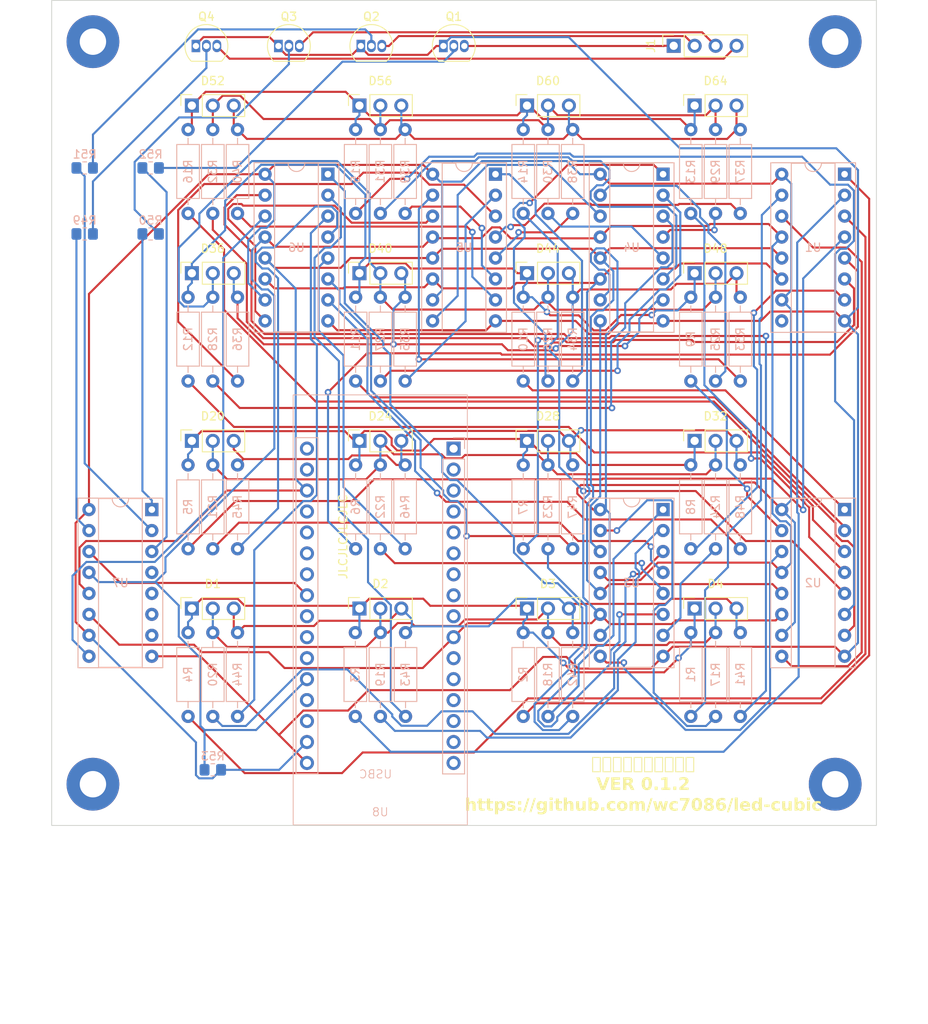
<source format=kicad_pcb>
(kicad_pcb (version 20221018) (generator pcbnew)
  (layers (0 "F.Cu" signal) (31 "B.Cu" signal) (34 "B.Paste" user) (35 "F.Paste" user) (36 "B.SilkS" user "B.Silkscreen") (37 "F.SilkS" user "F.Silkscreen") (38 "B.Mask" user) (39 "F.Mask" user) (44 "Edge.Cuts" user))
  (net 0 "")
  (net 1 "/B1")
  (net 2 "/G1")
  (net 3 "/GND1")
  (net 4 "/B2")
  (net 5 "/G2")
  (net 6 "/B3")
  (net 7 "/G3")
  (net 8 "/B4")
  (net 9 "/G4")
  (net 10 "GND")
  (net 11 "Net-(Q1-B)")
  (net 12 "/GND4")
  (net 13 "Net-(Q2-B)")
  (net 14 "/GND2")
  (net 15 "Net-(Q3-B)")
  (net 16 "/GND3")
  (net 17 "Net-(Q4-B)")
  (net 18 "Net-(U1-QA)")
  (net 19 "Net-(U1-QB)")
  (net 20 "Net-(U1-QC)")
  (net 21 "Net-(U1-QD)")
  (net 22 "Net-(U1-QE)")
  (net 23 "Net-(U1-QF)")
  (net 24 "Net-(U1-QG)")
  (net 25 "Net-(U1-QH)")
  (net 26 "Net-(U2-QA)")
  (net 27 "Net-(U2-QB)")
  (net 28 "Net-(U2-QC)")
  (net 29 "Net-(U2-QD)")
  (net 30 "Net-(U2-QE)")
  (net 31 "Net-(U2-QF)")
  (net 32 "Net-(U2-QG)")
  (net 33 "Net-(U2-QH)")
  (net 34 "Net-(U3-QA)")
  (net 35 "Net-(U3-QB)")
  (net 36 "Net-(U3-QC)")
  (net 37 "Net-(U3-QD)")
  (net 38 "Net-(U3-QE)")
  (net 39 "Net-(U3-QF)")
  (net 40 "Net-(U3-QG)")
  (net 41 "Net-(U3-QH)")
  (net 42 "Net-(U4-QA)")
  (net 43 "Net-(U4-QB)")
  (net 44 "Net-(U4-QC)")
  (net 45 "Net-(U4-QD)")
  (net 46 "Net-(U4-QE)")
  (net 47 "Net-(U4-QF)")
  (net 48 "Net-(U4-QG)")
  (net 49 "Net-(U4-QH)")
  (net 50 "/R3")
  (net 51 "Net-(U5-QA)")
  (net 52 "Net-(U5-QB)")
  (net 53 "Net-(U5-QC)")
  (net 54 "Net-(U5-QD)")
  (net 55 "/R4")
  (net 56 "Net-(U5-QE)")
  (net 57 "Net-(U5-QF)")
  (net 58 "Net-(U5-QG)")
  (net 59 "Net-(U5-QH)")
  (net 60 "/R1")
  (net 61 "Net-(U6-QA)")
  (net 62 "Net-(U6-QB)")
  (net 63 "Net-(U6-QC)")
  (net 64 "Net-(U6-QD)")
  (net 65 "/R2")
  (net 66 "Net-(U6-QE)")
  (net 67 "Net-(U6-QF)")
  (net 68 "Net-(U6-QG)")
  (net 69 "Net-(U6-QH)")
  (net 70 "Net-(U7-QA)")
  (net 71 "Net-(U7-QB)")
  (net 72 "Net-(U7-QC)")
  (net 73 "Net-(U7-QD)")
  (net 74 "/P28")
  (net 75 "+5V")
  (net 77 "/P10")
  (net 78 "/P19")
  (net 79 "Net-(U1-SER)")
  (net 80 "Net-(U2-SER)")
  (net 81 "Net-(U3-SER)")
  (net 82 "Net-(U4-SER)")
  (net 83 "/P9")
  (net 84 "Net-(U6-SER)")
  (net 89 "/P24")
  (footprint "Library:PinSocket_1x03_P2.54mm_Vertical" (layer "F.Cu") (at 145.735 92.92 90)
    (fp_text reference "D28")
    (fp_text value "LED_BGKR")
  )
  (footprint "Library:PinSocket_1x03_P2.54mm_Vertical" (layer "F.Cu") (at 166.055 72.6 90)
    (fp_text reference "D48")
    (fp_text value "LED_BGKR")
  )
  (footprint "MountingHole:MountingHole_3.2mm_M3_Pad" (layer "F.Cu") (at 183.1 134.535)
    (fp_text reference "P1" hide)
    (fp_text value "MountingHole_3.2mm_M3_Pad")
  )
  (footprint "Library:PinSocket_1x03_P2.54mm_Vertical" (layer "F.Cu") (at 166.055 92.92 90)
    (fp_text reference "D32")
    (fp_text value "LED_BGKR")
  )
  (footprint "Library:PinSocket_1x03_P2.54mm_Vertical" (layer "F.Cu") (at 105.095 92.92 90)
    (fp_text reference "D20")
    (fp_text value "LED_BGKR")
  )
  (footprint "Library:PinSocket_1x03_P2.54mm_Vertical" (layer "F.Cu") (at 145.735 72.6 90)
    (fp_text reference "D44")
    (fp_text value "LED_BGKR")
  )
  (footprint "Library:PinSocket_1x03_P2.54mm_Vertical" (layer "F.Cu") (at 145.735 113.24 90)
    (fp_text reference "D3")
    (fp_text value "LED_BGKR")
  )
  (footprint "MountingHole:MountingHole_3.2mm_M3_Pad" (layer "F.Cu") (at 93.1 44.535)
    (fp_text reference "P3" hide)
    (fp_text value "MountingHole_3.2mm_M3_Pad")
  )
  (footprint "Package_TO_SOT_THT:TO-92_Inline" (layer "F.Cu") (at 135.59 45.06)
    (fp_text reference "Q1")
    (fp_text value "2N2222")
  )
  (footprint "MountingHole:MountingHole_3.2mm_M3_Pad" (layer "F.Cu") (at 93.1 134.535)
    (fp_text reference "P2" hide)
    (fp_text value "MountingHole_3.2mm_M3_Pad")
  )
  (footprint "Library:PinSocket_1x03_P2.54mm_Vertical" (layer "F.Cu") (at 166.055 113.24 90)
    (fp_text reference "D4")
    (fp_text value "LED_BGKR")
  )
  (footprint "Package_TO_SOT_THT:TO-92_Inline" (layer "F.Cu") (at 125.59 45.06)
    (fp_text reference "Q2")
    (fp_text value "2N2222")
  )
  (footprint "Library:PinSocket_1x03_P2.54mm_Vertical" (layer "F.Cu") (at 145.735 52.28 90)
    (fp_text reference "D60")
    (fp_text value "LED_BGKR")
  )
  (footprint "Library:PinSocket_1x03_P2.54mm_Vertical" (layer "F.Cu") (at 125.415 92.92 90)
    (fp_text reference "D24")
    (fp_text value "LED_BGKR")
  )
  (footprint "Library:PinSocket_1x03_P2.54mm_Vertical" (layer "F.Cu") (at 125.415 72.6 90)
    (fp_text reference "D40")
    (fp_text value "LED_BGKR")
  )
  (footprint "Library:PinSocket_1x03_P2.54mm_Vertical" (layer "F.Cu") (at 105.095 113.24 90)
    (fp_text reference "D1")
    (fp_text value "LED_BGKR")
  )
  (footprint "Package_TO_SOT_THT:TO-92_Inline" (layer "F.Cu") (at 105.59 45.06)
    (fp_text reference "Q4")
    (fp_text value "2N2222")
  )
  (footprint "Library:PinSocket_1x03_P2.54mm_Vertical" (layer "F.Cu") (at 166.055 52.28 90)
    (fp_text reference "D64")
    (fp_text value "LED_BGKR")
  )
  (footprint "MountingHole:MountingHole_3.2mm_M3_Pad" (layer "F.Cu") (at 183.1 44.535)
    (fp_text reference "P4" hide)
    (fp_text value "MountingHole_3.2mm_M3_Pad")
  )
  (footprint "Library:PinSocket_1x03_P2.54mm_Vertical" (layer "F.Cu") (at 125.415 113.24 90)
    (fp_text reference "D2")
    (fp_text value "LED_BGKR")
  )
  (footprint "Package_TO_SOT_THT:TO-92_Inline" (layer "F.Cu") (at 115.59 45.06)
    (fp_text reference "Q3")
    (fp_text value "2N2222")
  )
  (footprint "Library:PinSocket_1x03_P2.54mm_Vertical" (layer "F.Cu") (at 105.095 72.6 90)
    (fp_text reference "D36")
    (fp_text value "LED_BGKR")
  )
  (footprint "Library:PinSocket_1x03_P2.54mm_Vertical" (layer "F.Cu") (at 105.095 52.28 90)
    (fp_text reference "D52")
    (fp_text value "LED_BGKR")
  )
  (footprint "Library:PinSocket_1x04_P2.54mm_Vertical" (layer "F.Cu") (at 163.52 45.035 90)
    (fp_text reference "J1")
    (fp_text value "Cathode Layer")
  )
  (footprint "Library:PinSocket_1x03_P2.54mm_Vertical" (layer "F.Cu") (at 125.415 52.28 90)
    (fp_text reference "D56")
    (fp_text value "LED_BGKR")
  )
  (footprint "Library:R_Axial_DIN0207_L6.3mm_D2.5mm_P10.16mm_Horizontal" (layer "B.Cu") (at 107.635 116.16 -90)
    (fp_text reference "R20")
    (fp_text value "330R")
  )
  (footprint "Library:R_Axial_DIN0207_L6.3mm_D2.5mm_P10.16mm_Horizontal" (layer "B.Cu") (at 110.635 75.51 -90)
    (fp_text reference "R36")
    (fp_text value "330R")
  )
  (footprint "Luat_THT:CORE-ESP32-C3-DevKit-THT" (layer "B.Cu") (at 127.94 138.41 180)
    (fp_text reference "U8")
    (fp_text value "CORE-ESP32-C3-DevKit")
  )
  (footprint "Library:R_Axial_DIN0207_L6.3mm_D2.5mm_P10.16mm_Horizontal" (layer "B.Cu") (at 165.6 116.16 -90)
    (fp_text reference "R1")
    (fp_text value "330R")
  )
  (footprint "Library:R_Axial_DIN0207_L6.3mm_D2.5mm_P10.16mm_Horizontal" (layer "B.Cu") (at 168.595 75.51 -90)
    (fp_text reference "R25")
    (fp_text value "330R")
  )
  (footprint "Library:DIP-16_W7.62mm_Socket" (layer "B.Cu") (at 180.43 100.92 180)
    (fp_text reference "U2")
    (fp_text value "74HC595")
  )
  (footprint "Library:R_Axial_DIN0207_L6.3mm_D2.5mm_P10.16mm_Horizontal" (layer "B.Cu") (at 124.955 55.19 -90)
    (fp_text reference "R15")
    (fp_text value "330R")
  )
  (footprint "Library:R_Axial_DIN0207_L6.3mm_D2.5mm_P10.16mm_Horizontal" (layer "B.Cu") (at 148.275 116.16 -90)
    (fp_text reference "R18")
    (fp_text value "330R")
  )
  (footprint "Library:R_Axial_DIN0207_L6.3mm_D2.5mm_P10.16mm_Horizontal" (layer "B.Cu") (at 171.595 55.19 -90)
    (fp_text reference "R37")
    (fp_text value "330R")
  )
  (footprint "Library:R_Axial_DIN0207_L6.3mm_D2.5mm_P10.16mm_Horizontal" (layer "B.Cu") (at 107.635 95.84 -90)
    (fp_text reference "R21")
    (fp_text value "330R")
  )
  (footprint "Resistor_SMD:R_0805_2012Metric_Pad1.20x1.40mm_HandSolder" (layer "B.Cu") (at 100.1 67.84 180)
    (fp_text reference "R50")
    (fp_text value "1k")
  )
  (footprint "Library:R_Axial_DIN0207_L6.3mm_D2.5mm_P10.16mm_Horizontal" (layer "B.Cu") (at 110.635 55.19 -90)
    (fp_text reference "R40")
    (fp_text value "330R")
  )
  (footprint "Library:DIP-16_W7.62mm_Socket" (layer "B.Cu") (at 158.42 100.92 180)
    (fp_text reference "U3")
    (fp_text value "74HC595")
  )
  (footprint "Resistor_SMD:R_0805_2012Metric_Pad1.20x1.40mm_HandSolder" (layer "B.Cu") (at 92.1 59.84 180)
    (fp_text reference "R51")
    (fp_text value "1k")
  )
  (footprint "Library:R_Axial_DIN0207_L6.3mm_D2.5mm_P10.16mm_Horizontal" (layer "B.Cu") (at 145.275 75.51 -90)
    (fp_text reference "R10")
    (fp_text value "330R")
  )
  (footprint "Library:R_Axial_DIN0207_L6.3mm_D2.5mm_P10.16mm_Horizontal" (layer "B.Cu") (at 165.595 95.84 -90)
    (fp_text reference "R8")
    (fp_text value "330R")
  )
  (footprint "Resistor_SMD:R_0805_2012Metric_Pad1.20x1.40mm_HandSolder" (layer "B.Cu") (at 92.1 67.84 180)
    (fp_text reference "R49")
    (fp_text value "1k")
  )
  (footprint "Library:R_Axial_DIN0207_L6.3mm_D2.5mm_P10.16mm_Horizontal" (layer "B.Cu") (at 104.635 116.16 -90)
    (fp_text reference "R4")
    (fp_text value "330R")
  )
  (footprint "Library:R_Axial_DIN0207_L6.3mm_D2.5mm_P10.16mm_Horizontal" (layer "B.Cu") (at 130.955 95.84 -90)
    (fp_text reference "R46")
    (fp_text value "330R")
  )
  (footprint "Library:R_Axial_DIN0207_L6.3mm_D2.5mm_P10.16mm_Horizontal" (layer "B.Cu") (at 145.275 116.16 -90)
    (fp_text reference "R2")
    (fp_text value "330R")
  )
  (footprint "Library:DIP-16_W7.62mm_Socket" (layer "B.Cu") (at 138.1 60.27 180)
    (fp_text reference "U5")
    (fp_text value "74HC595")
  )
  (footprint "Library:DIP-16_W7.62mm_Socket" (layer "B.Cu") (at 158.42 60.27 180)
    (fp_text reference "U4")
    (fp_text value "74HC595")
  )
  (footprint "Library:R_Axial_DIN0207_L6.3mm_D2.5mm_P10.16mm_Horizontal" (layer "B.Cu") (at 168.595 95.84 -90)
    (fp_text reference "R24")
    (fp_text value "330R")
  )
  (footprint "Library:R_Axial_DIN0207_L6.3mm_D2.5mm_P10.16mm_Horizontal" (layer "B.Cu") (at 171.595 75.51 -90)
    (fp_text reference "R33")
    (fp_text value "330R")
  )
  (footprint "Library:R_Axial_DIN0207_L6.3mm_D2.5mm_P10.16mm_Horizontal" (layer "B.Cu") (at 127.955 75.51 -90)
    (fp_text reference "R27")
    (fp_text value "330R")
  )
  (footprint "Library:R_Axial_DIN0207_L6.3mm_D2.5mm_P10.16mm_Horizontal" (layer "B.Cu") (at 131.005 116.16 -90)
    (fp_text reference "R43")
    (fp_text value "330R")
  )
  (footprint "Library:R_Axial_DIN0207_L6.3mm_D2.5mm_P10.16mm_Horizontal" (layer "B.Cu") (at 151.275 75.51 -90)
    (fp_text reference "R34")
    (fp_text value "330R")
  )
  (footprint "Library:R_Axial_DIN0207_L6.3mm_D2.5mm_P10.16mm_Horizontal" (layer "B.Cu") (at 151.275 116.16 -90)
    (fp_text reference "R42")
    (fp_text value "330R")
  )
  (footprint "Resistor_SMD:R_0805_2012Metric_Pad1.20x1.40mm_HandSolder" (layer "B.Cu") (at 100.1 59.84 180)
    (fp_text reference "R52")
    (fp_text value "1k")
  )
  (footprint "Library:R_Axial_DIN0207_L6.3mm_D2.5mm_P10.16mm_Horizontal" (layer "B.Cu") (at 171.595 95.84 -90)
    (fp_text reference "R48")
    (fp_text value "330R")
  )
  (footprint "Library:R_Axial_DIN0207_L6.3mm_D2.5mm_P10.16mm_Horizontal" (layer "B.Cu") (at 148.275 55.19 -90)
    (fp_text reference "R30")
    (fp_text value "330R")
  )
  (footprint "Library:DIP-16_W7.62mm_Socket" (layer "B.Cu") (at 180.43 60.27 180)
    (fp_text reference "U1")
    (fp_text value "74HC595")
  )
  (footprint "Library:R_Axial_DIN0207_L6.3mm_D2.5mm_P10.16mm_Horizontal" (layer "B.Cu") (at 165.595 75.51 -90)
    (fp_text reference "R9")
    (fp_text value "330R")
  )
  (footprint "Library:R_Axial_DIN0207_L6.3mm_D2.5mm_P10.16mm_Horizontal" (layer "B.Cu") (at 127.955 55.19 -90)
    (fp_text reference "R31")
    (fp_text value "330R")
  )
  (footprint "Library:R_Axial_DIN0207_L6.3mm_D2.5mm_P10.16mm_Horizontal" (layer "B.Cu") (at 130.955 55.19 -90)
    (fp_text reference "R39")
    (fp_text value "330R")
  )
  (footprint "Library:R_Axial_DIN0207_L6.3mm_D2.5mm_P10.16mm_Horizontal" (layer "B.Cu") (at 124.955 75.51 -90)
    (fp_text reference "R11")
    (fp_text value "330R")
  )
  (footprint "Library:R_Axial_DIN0207_L6.3mm_D2.5mm_P10.16mm_Horizontal" (layer "B.Cu") (at 165.595 55.19 -90)
    (fp_text reference "R13")
    (fp_text value "330R")
  )
  (footprint "Library:R_Axial_DIN0207_L6.3mm_D2.5mm_P10.16mm_Horizontal" (layer "B.Cu") (at 110.635 116.16 -90)
    (fp_text reference "R44")
    (fp_text value "330R")
  )
  (footprint "Library:R_Axial_DIN0207_L6.3mm_D2.5mm_P10.16mm_Horizontal" (layer "B.Cu") (at 124.915 116.16 -90)
    (fp_text reference "R3")
    (fp_text value "330R")
  )
  (footprint "Library:R_Axial_DIN0207_L6.3mm_D2.5mm_P10.16mm_Horizontal" (layer "B.Cu") (at 127.955 95.84 -90)
    (fp_text reference "R22")
    (fp_text value "330R")
  )
  (footprint "Library:R_Axial_DIN0207_L6.3mm_D2.5mm_P10.16mm_Horizontal" (layer "B.Cu") (at 145.275 55.19 -90)
    (fp_text reference "R14")
    (fp_text value "330R")
  )
  (footprint "Library:R_Axial_DIN0207_L6.3mm_D2.5mm_P10.16mm_Horizontal" (layer "B.Cu") (at 127.96 116.16 -90)
    (fp_text reference "R19")
    (fp_text value "330R")
  )
  (footprint "Library:R_Axial_DIN0207_L6.3mm_D2.5mm_P10.16mm_Horizontal" (layer "B.Cu") (at 171.6 116.16 -90)
    (fp_text reference "R41")
    (fp_text value "330R")
  )
  (footprint "Library:R_Axial_DIN0207_L6.3mm_D2.5mm_P10.16mm_Horizontal" (layer "B.Cu") (at 145.275 95.84 -90)
    (fp_text reference "R7")
    (fp_text value "330R")
  )
  (footprint "Library:R_Axial_DIN0207_L6.3mm_D2.5mm_P10.16mm_Horizontal" (layer "B.Cu") (at 104.635 75.51 -90)
    (fp_text reference "R12")
    (fp_text value "330R")
  )
  (footprint "Library:DIP-16_W7.62mm_Socket" (layer "B.Cu") (at 96.43 100.92 180)
    (fp_text reference "U7")
    (fp_text value "74HC595")
  )
  (footprint "Library:R_Axial_DIN0207_L6.3mm_D2.5mm_P10.16mm_Horizontal" (layer "B.Cu") (at 151.275 55.19 -90)
    (fp_text reference "R38")
    (fp_text value "330R")
  )
  (footprint "Library:R_Axial_DIN0207_L6.3mm_D2.5mm_P10.16mm_Horizontal" (layer "B.Cu") (at 107.635 75.51 -90)
    (fp_text reference "R28")
    (fp_text value "330R")
  )
  (footprint "Library:R_Axial_DIN0207_L6.3mm_D2.5mm_P10.16mm_Horizontal" (layer "B.Cu") (at 107.635 55.19 -90)
    (fp_text reference "R32")
    (fp_text value "330R")
  )
  (footprint "Library:DIP-16_W7.62mm_Socket" (layer "B.Cu") (at 117.78 60.27 180)
    (fp_text reference "U6")
    (fp_text value "74HC595")
  )
  (footprint "Library:R_Axial_DIN0207_L6.3mm_D2.5mm_P10.16mm_Horizontal" (layer "B.Cu") (at 151.275 95.84 -90)
    (fp_text reference "R47")
    (fp_text value "330R")
  )
  (footprint "Library:R_Axial_DIN0207_L6.3mm_D2.5mm_P10.16mm_Horizontal" (layer "B.Cu") (at 104.635 95.84 -90)
    (fp_text reference "R5")
    (fp_text value "330R")
  )
  (footprint "Library:R_Axial_DIN0207_L6.3mm_D2.5mm_P10.16mm_Horizontal" (layer "B.Cu") (at 168.595 55.19 -90)
    (fp_text reference "R29")
    (fp_text value "330R")
  )
  (footprint "Resistor_SMD:R_0805_2012Metric_Pad1.20x1.40mm_HandSolder" (layer "B.Cu") (at 107.635 132.79)
    (fp_text reference "R53")
    (fp_text value "10k")
  )
  (footprint "Library:R_Axial_DIN0207_L6.3mm_D2.5mm_P10.16mm_Horizontal" (layer "B.Cu") (at 104.635 55.19 -90)
    (fp_text reference "R16")
    (fp_text value "330R")
  )
  (footprint "Library:R_Axial_DIN0207_L6.3mm_D2.5mm_P10.16mm_Horizontal" (layer "B.Cu") (at 148.275 95.84 -90)
    (fp_text reference "R23")
    (fp_text value "330R")
  )
  (footprint "Library:R_Axial_DIN0207_L6.3mm_D2.5mm_P10.16mm_Horizontal" (layer "B.Cu") (at 130.955 75.51 -90)
    (fp_text reference "R35")
    (fp_text value "330R")
  )
  (footprint "Library:R_Axial_DIN0207_L6.3mm_D2.5mm_P10.16mm_Horizontal" (layer "B.Cu") (at 110.635 95.84 -90)
    (fp_text reference "R45")
    (fp_text value "330R")
  )
  (footprint "Library:R_Axial_DIN0207_L6.3mm_D2.5mm_P10.16mm_Horizontal" (layer "B.Cu") (at 148.275 75.51 -90)
    (fp_text reference "R26")
    (fp_text value "330R")
  )
  (footprint "Library:R_Axial_DIN0207_L6.3mm_D2.5mm_P10.16mm_Horizontal" (layer "B.Cu") (at 124.955 95.84 -90)
    (fp_text reference "R6")
    (fp_text value "330R")
  )
  (footprint "Library:R_Axial_DIN0207_L6.3mm_D2.5mm_P10.16mm_Horizontal" (layer "B.Cu") (at 168.6 116.16 -90)
    (fp_text reference "R17")
    (fp_text value "330R")
  )
  (gr_rect (start 88.1 39.535) (end 188.1 139.535) (stroke (width 0.1)) (fill none) (layer "Edge.Cuts"))
  (gr_text "JLCJLCJLCJLC" (at 123.43 104.54 90) (layer "F.SilkS") (effects (font (size 1 1))))
  (gr_text "陈基城，高鑫，覃远明\nVER 0.1.2\nhttps://github.com/wc7086/led-cubic" (at 159.82 134.605) (layer "F.SilkS") (effects (font (size 1.5 1.5) (thickness 0.3) bold)))
  (segment (start 145.405 112.91) (end 145.735 113.24) (width 0.25) (layer "F.Cu") (net 1))
  (segment (start 125.415 113.24) (end 126.6 112.055) (width 0.25) (layer "F.Cu") (net 1))
  (segment (start 106.2719 112.0631) (end 105.095 113.24) (width 0.25) (layer "F.Cu") (net 1))
  (segment (start 111.5095 112.9101) (end 110.6625 112.0631) (width 0.25) (layer "F.Cu") (net 1))
  (segment (start 134.0033 112.91) (end 145.405 112.91) (width 0.25) (layer "F.Cu") (net 1))
  (segment (start 126.6 112.055) (end 133.1483 112.055) (width 0.25) (layer "F.Cu") (net 1))
  (segment (start 133.1483 112.055) (end 134.0033 112.91) (width 0.25) (layer "F.Cu") (net 1))
  (segment (start 126.0035 113.24) (end 125.415 113.24) (width 0.25) (layer "F.Cu") (net 1))
  (segment (start 162.3666 120.9725) (end 151.2736 120.9725) (width 0.25) (layer "F.Cu") (net 1))
  (segment (start 125.0851 112.9101) (end 111.5095 112.9101) (width 0.25) (layer "F.Cu") (net 1))
  (segment (start 125.415 113.24) (end 125.0851 112.9101) (width 0.25) (layer "F.Cu") (net 1))
  (segment (start 151.2736 120.9725) (end 150.1347 119.8336) (width 0.25) (layer "F.Cu") (net 1))
  (segment (start 164.1045 119.2346) (end 162.3666 120.9725) (width 0.25) (layer "F.Cu") (net 1))
  (segment (start 110.6625 112.0631) (end 106.2719 112.0631) (width 0.25) (layer "F.Cu") (net 1))
  (via (at 150.1347 119.8336) (size 0.8) (drill 0.4) (layers "F.Cu" "B.Cu") (net 1))
  (via (at 164.1045 119.2346) (size 0.8) (drill 0.4) (layers "F.Cu" "B.Cu") (net 1))
  (segment (start 124.915 116.16) (end 125.415 115.66) (width 0.25) (layer "B.Cu") (net 1))
  (segment (start 166.055 115.705) (end 166.055 113.24) (width 0.25) (layer "B.Cu") (net 1))
  (segment (start 105.095 114.4169) (end 104.635 114.8769) (width 0.25) (layer "B.Cu") (net 1))
  (segment (start 146.4611 116.16) (end 150.1347 119.8336) (width 0.25) (layer "B.Cu") (net 1))
  (segment (start 145.275 116.16) (end 146.4611 116.16) (width 0.25) (layer "B.Cu") (net 1))
  (segment (start 145.735 113.24) (end 145.735 114.4169) (width 0.25) (layer "B.Cu") (net 1))
  (segment (start 145.275 114.8769) (end 145.275 116.16) (width 0.25) (layer "B.Cu") (net 1))
  (segment (start 165.6 116.16) (end 166.055 115.705) (width 0.25) (layer "B.Cu") (net 1))
  (segment (start 125.415 115.66) (end 125.415 113.24) (width 0.25) (layer "B.Cu") (net 1))
  (segment (start 104.635 114.8769) (end 104.635 116.16) (width 0.25) (layer "B.Cu") (net 1))
  (segment (start 105.095 113.24) (end 105.095 114.4169) (width 0.25) (layer "B.Cu") (net 1))
  (segment (start 165.6 117.7391) (end 165.6 116.16) (width 0.25) (layer "B.Cu") (net 1))
  (segment (start 145.735 114.4169) (end 145.275 114.8769) (width 0.25) (layer "B.Cu") (net 1))
  (segment (start 164.1045 119.2346) (end 165.6 117.7391) (width 0.25) (layer "B.Cu") (net 1))
  (segment (start 128.895 116.16) (end 127.96 116.16) (width 0.25) (layer "F.Cu") (net 2))
  (segment (start 138.227 114.5657) (end 137.4358 115.3569) (width 0.25) (layer "F.Cu") (net 2))
  (segment (start 109.3719 117.8969) (end 107.635 116.16) (width 0.25) (layer "F.Cu") (net 2))
  (segment (start 130.0506 115.0044) (end 128.895 116.16) (width 0.25) (layer "F.Cu") (net 2))
  (segment (start 126.2231 117.8969) (end 109.3719 117.8969) (width 0.25) (layer "F.Cu") (net 2))
  (segment (start 148.275 113.24) (end 146.9493 114.5657) (width 0.25) (layer "F.Cu") (net 2))
  (segment (start 162.6886 117.6662) (end 163.0175 117.3373) (width 0.25) (layer "F.Cu") (net 2))
  (segment (start 148.275 116.16) (end 149.7812 117.6662) (width 0.25) (layer "F.Cu") (net 2))
  (segment (start 127.96 116.16) (end 126.2231 117.8969) (width 0.25) (layer "F.Cu") (net 2))
  (segment (start 137.4358 115.3569) (end 132.0996 115.3569) (width 0.25) (layer "F.Cu") (net 2))
  (segment (start 131.7471 115.0044) (end 130.0506 115.0044) (width 0.25) (layer "F.Cu") (net 2))
  (segment (start 149.7812 117.6662) (end 162.6886 117.6662) (width 0.25) (layer "F.Cu") (net 2))
  (segment (start 146.9493 114.5657) (end 138.227 114.5657) (width 0.25) (layer "F.Cu") (net 2))
  (segment (start 167.4227 117.3373) (end 168.6 116.16) (width 0.25) (layer "F.Cu") (net 2))
  (segment (start 132.0996 115.3569) (end 131.7471 115.0044) (width 0.25) (layer "F.Cu") (net 2))
  (segment (start 163.0175 117.3373) (end 167.4227 117.3373) (width 0.25) (layer "F.Cu") (net 2))
  (segment (start 127.96 116.16) (end 127.955 116.155) (width 0.25) (layer "B.Cu") (net 2))
  (segment (start 148.275 116.16) (end 148.275 113.24) (width 0.25) (layer "B.Cu") (net 2))
  (segment (start 127.955 116.155) (end 127.955 113.24) (width 0.25) (layer "B.Cu") (net 2))
  (segment (start 107.635 116.16) (end 107.635 113.24) (width 0.25) (layer "B.Cu") (net 2))
  (segment (start 168.6 116.16) (end 168.595 116.155) (width 0.25) (layer "B.Cu") (net 2))
  (segment (start 168.595 116.155) (end 168.595 113.24) (width 0.25) (layer "B.Cu") (net 2))
  (segment (start 162.3181 45.06) (end 162.3431 45.035) (width 0.25) (layer "F.Cu") (net 3))
  (segment (start 138.13 45.06) (end 162.3181 45.06) (width 0.25) (layer "F.Cu") (net 3))
  (segment (start 163.52 45.035) (end 162.3431 45.035) (width 0.25) (layer "F.Cu") (net 3))
  (segment (start 134.4569 92.6831) (end 145.4981 92.6831) (width 0.25) (layer "F.Cu") (net 4))
  (segment (start 124.8266 92.92) (end 126.0192 91.7274) (width 0.25) (layer "F.Cu") (net 4))
  (segment (start 153.0981 95.84) (end 151.6735 94.4154) (width 0.25) (layer "F.Cu") (net 4))
  (segment (start 106.2719 91.7431) (end 123.6497 91.7431) (width 0.25) (layer "F.Cu") (net 4))
  (segment (start 145.991396 92.92) (end 145.735 92.92) (width 0.25) (layer "F.Cu") (net 4))
  (segment (start 125.415 92.92) (end 124.8266 92.92) (width 0.25) (layer "F.Cu") (net 4))
  (segment (start 129.3181 92.6123) (end 129.3181 93.4115) (width 0.25) (layer "F.Cu") (net 4))
  (segment (start 133.0416 94.0984) (end 134.4569 92.6831) (width 0.25) (layer "F.Cu") (net 4))
  (segment (start 147.486796 94.4154) (end 145.991396 92.92) (width 0.25) (layer "F.Cu") (net 4))
  (segment (start 165.595 95.84) (end 153.0981 95.84) (width 0.25) (layer "F.Cu") (net 4))
  (segment (start 129.3181 93.4115) (end 130.005 94.0984) (width 0.25) (layer "F.Cu") (net 4))
  (segment (start 145.4981 92.6831) (end 145.735 92.92) (width 0.25) (layer "F.Cu") (net 4))
  (segment (start 126.0192 91.7274) (end 128.4332 91.7274) (width 0.25) (layer "F.Cu") (net 4))
  (segment (start 105.095 92.92) (end 106.2719 91.7431) (width 0.25) (layer "F.Cu") (net 4))
  (segment (start 123.6497 91.7431) (end 124.8266 92.92) (width 0.25) (layer "F.Cu") (net 4))
  (segment (start 130.005 94.0984) (end 133.0416 94.0984) (width 0.25) (layer "F.Cu") (net 4))
  (segment (start 151.6735 94.4154) (end 147.486796 94.4154) (width 0.25) (layer "F.Cu") (net 4))
  (segment (start 128.4332 91.7274) (end 129.3181 92.6123) (width 0.25) (layer "F.Cu") (net 4))
  (segment (start 145.735 94.0969) (end 145.275 94.5569) (width 0.25) (layer "B.Cu") (net 4))
  (segment (start 165.595 95.84) (end 166.055 95.38) (width 0.25) (layer "B.Cu") (net 4))
  (segment (start 105.095 94.0969) (end 104.635 94.5569) (width 0.25) (layer "B.Cu") (net 4))
  (segment (start 145.275 94.5569) (end 145.275 95.84) (width 0.25) (layer "B.Cu") (net 4))
  (segment (start 125.415 95.38) (end 125.415 92.92) (width 0.25) (layer "B.Cu") (net 4))
  (segment (start 166.055 95.38) (end 166.055 92.92) (width 0.25) (layer "B.Cu") (net 4))
  (segment (start 105.095 92.92) (end 105.095 94.0969) (width 0.25) (layer "B.Cu") (net 4))
  (segment (start 104.635 94.5569) (end 104.635 95.84) (width 0.25) (layer "B.Cu") (net 4))
  (segment (start 124.955 95.84) (end 125.415 95.38) (width 0.25) (layer "B.Cu") (net 4))
  (segment (start 145.735 92.92) (end 145.735 94.0969) (width 0.25) (layer "B.Cu") (net 4))
  (segment (start 147.0762 94.6412) (end 148.275 95.84) (width 0.25) (layer "F.Cu") (net 5))
  (segment (start 137.8154 95.0369) (end 138.2111 94.6412) (width 0.25) (layer "F.Cu") (net 5))
  (segment (start 148.275 95.84) (end 149.4023 96.9673) (width 0.25) (layer "F.Cu") (net 5))
  (segment (start 138.2111 94.6412) (end 147.0762 94.6412) (width 0.25) (layer "F.Cu") (net 5))
  (segment (start 149.4023 96.9673) (end 167.4677 96.9673) (width 0.25) (layer "F.Cu") (net 5))
  (segment (start 127.955 95.84) (end 126.2109 97.5841) (width 0.25) (layer "F.Cu") (net 5))
  (segment (start 109.3791 97.5841) (end 107.635 95.84) (width 0.25) (layer "F.Cu") (net 5))
  (segment (start 135.361 94.5533) (end 135.8446 95.0369) (width 0.25) (layer "F.Cu") (net 5))
  (segment (start 127.955 92.92) (end 129.5883 94.5533) (width 0.25) (layer "F.Cu") (net 5))
  (segment (start 135.8446 95.0369) (end 137.8154 95.0369) (width 0.25) (layer "F.Cu") (net 5))
  (segment (start 126.2109 97.5841) (end 109.3791 97.5841) (width 0.25) (layer "F.Cu") (net 5))
  (segment (start 167.4677 96.9673) (end 168.595 95.84) (width 0.25) (layer "F.Cu") (net 5))
  (segment (start 129.5883 94.5533) (end 135.361 94.5533) (width 0.25) (layer "F.Cu") (net 5))
  (segment (start 148.275 95.84) (end 148.275 92.92) (width 0.25) (layer "B.Cu") (net 5))
  (segment (start 107.635 95.84) (end 107.635 92.92) (width 0.25) (layer "B.Cu") (net 5))
  (segment (start 127.955 95.84) (end 127.955 92.92) (width 0.25) (layer "B.Cu") (net 5))
  (segment (start 168.595 95.84) (end 168.595 92.92) (width 0.25) (layer "B.Cu") (net 5))
  (segment (start 155.2865 79.522) (end 153.8138 79.522) (width 0.25) (layer "F.Cu") (net 6))
  (segment (start 125.415 72.6) (end 126.6119 71.4031) (width 0.25) (layer "F.Cu") (net 6))
  (segment (start 160.8535 77.6648) (end 157.1437 77.6648) (width 0.25) (layer "F.Cu") (net 6))
  (segment (start 157.1437 77.6648) (end 155.2865 79.522) (width 0.25) (layer "F.Cu") (net 6))
  (segment (start 131.0072 71.4031) (end 131.6342 72.0301) (width 0.25) (layer "F.Cu") (net 6))
  (segment (start 144.5581 72.6) (end 145.735 72.6) (width 0.25) (layer "F.Cu") (net 6))
  (segment (start 131.6342 72.0301) (end 143.9882 72.0301) (width 0.25) (layer "F.Cu") (net 6))
  (segment (start 151.997 77.7052) (end 148.5557 77.7052) (width 0.25) (layer "F.Cu") (net 6))
  (segment (start 143.9882 72.0301) (end 144.5581 72.6) (width 0.25) (layer "F.Cu") (net 6))
  (segment (start 148.5557 77.7052) (end 148.1434 77.2929) (width 0.25) (layer "F.Cu") (net 6))
  (segment (start 153.8138 79.522) (end 151.997 77.7052) (width 0.25) (layer "F.Cu") (net 6))
  (segment (start 126.6119 71.4031) (end 131.0072 71.4031) (width 0.25) (layer "F.Cu") (net 6))
  (via (at 148.1434 77.2929) (size 0.8) (drill 0.4) (layers "F.Cu" "B.Cu") (net 6))
  (via (at 160.8535 77.6648) (size 0.8) (drill 0.4) (layers "F.Cu" "B.Cu") (net 6))
  (segment (start 126.1345 63.0611) (end 122.5312 59.4578) (width 0.25) (layer "B.Cu") (net 6))
  (segment (start 104.635 75.51) (end 104.635 74.2369) (width 0.25) (layer "B.Cu") (net 6))
  (segment (start 146.3605 75.51) (end 148.1434 77.2929) (width 0.25) (layer "B.Cu") (net 6))
  (segment (start 145.735 72.6) (end 145.735 73.7769) (width 0.25) (layer "B.Cu") (net 6))
  (segment (start 122.5312 59.4578) (end 113.4891 59.4578) (width 0.25) (layer "B.Cu") (net 6))
  (segment (start 145.735 73.7769) (end 145.275 74.2369) (width 0.25) (layer "B.Cu") (net 6))
  (segment (start 105.095 73.1884) (end 105.095 72.6) (width 0.25) (layer "B.Cu") (net 6))
  (segment (start 105.095 73.1884) (end 105.095 73.7769) (width 0.25) (layer "B.Cu") (net 6))
  (segment (start 145.275 75.51) (end 146.3605 75.51) (width 0.25) (layer "B.Cu") (net 6))
  (segment (start 145.275 74.2369) (end 145.275 75.51) (width 0.25) (layer "B.Cu") (net 6))
  (segment (start 105.095 72.6) (end 105.095 71.4231) (width 0.25) (layer "B.Cu") (net 6))
  (segment (start 126.1345 70.7036) (end 126.1345 63.0611) (width 0.25) (layer "B.Cu") (net 6))
  (segment (start 125.415 72.6) (end 125.415 71.4231) (width 0.25) (layer "B.Cu") (net 6))
  (segment (start 113.4891 59.4578) (end 109.1351 63.8118) (width 0.25) (layer "B.Cu") (net 6))
  (segment (start 125.415 71.4231) (end 126.1345 70.7036) (width 0.25) (layer "B.Cu") (net 6))
  (segment (start 165.595 75.51) (end 163.995 77.11) (width 0.25) (layer "B.Cu") (net 6))
  (segment (start 161.4083 77.11) (end 160.8535 77.6648) (width 0.25) (layer "B.Cu") (net 6))
  (segment (start 125.415 75.05) (end 125.415 72.6) (width 0.25) (layer "B.Cu") (net 6))
  (segment (start 166.055 72.6) (end 166.055 75.05) (width 0.25) (layer "B.Cu") (net 6))
  (segment (start 163.995 77.11) (end 161.4083 77.11) (width 0.25) (layer "B.Cu") (net 6))
  (segment (start 166.055 75.05) (end 165.595 75.51) (width 0.25) (layer "B.Cu") (net 6))
  (segment (start 109.1351 67.383) (end 105.095 71.4231) (width 0.25) (layer "B.Cu") (net 6))
  (segment (start 124.955 75.51) (end 125.415 75.05) (width 0.25) (layer "B.Cu") (net 6))
  (segment (start 109.1351 63.8118) (end 109.1351 67.383) (width 0.25) (layer "B.Cu") (net 6))
  (segment (start 104.635 74.2369) (end 105.095 73.7769) (width 0.25) (layer "B.Cu") (net 6))
  (segment (start 148.275 76.1514) (end 148.275 75.51) (width 0.25) (layer "F.Cu") (net 7))
  (segment (start 149.147 77.0234) (end 148.275 76.1514) (width 0.25) (layer "F.Cu") (net 7))
  (segment (start 129.4503 77.0053) (end 127.955 75.51) (width 0.25) (layer "F.Cu") (net 7))
  (segment (start 167.0816 77.0234) (end 161.2401 77.0234) (width 0.25) (layer "F.Cu") (net 7))
  (segment (start 161.1533 76.9366) (end 160.5512 76.9366) (width 0.25) (layer "F.Cu") (net 7))
  (segment (start 148.275 76.1514) (end 147.4675 76.1514) (width 0.25) (layer "F.Cu") (net 7))
  (segment (start 160.5512 76.9366) (end 160.4644 77.0234) (width 0.25) (layer "F.Cu") (net 7))
  (segment (start 161.2401 77.0234) (end 161.1533 76.9366) (width 0.25) (layer "F.Cu") (net 7))
  (segment (start 146.6136 77.0053) (end 129.4503 77.0053) (width 0.25) (layer "F.Cu") (net 7))
  (segment (start 160.4644 77.0234) (end 149.147 77.0234) (width 0.25) (layer "F.Cu") (net 7))
  (segment (start 168.595 75.51) (end 167.0816 77.0234) (width 0.25) (layer "F.Cu") (net 7))
  (segment (start 147.4675 76.1514) (end 146.6136 77.0053) (width 0.25) (layer "F.Cu") (net 7))
  (segment (start 126.6427 62.9301) (end 122.7185 59.0059) (width 0.25) (layer "B.Cu") (net 7))
  (segment (start 106.5081 76.6369) (end 107.635 75.51) (width 0.25) (layer "B.Cu") (net 7))
  (segment (start 103.5081 69.5119) (end 103.5081 75.9868) (width 0.25) (layer "B.Cu") (net 7))
  (segment (start 126.6427 71.2877) (end 126.6427 62.9301) (width 0.25) (layer "B.Cu") (net 7))
  (segment (start 127.955 75.51) (end 127.955 72.6) (width 0.25) (layer "B.Cu") (net 7))
  (segment (start 103.5081 75.9868) (end 104.1582 76.6369) (width 0.25) (layer "B.Cu") (net 7))
  (segment (start 106.0077 67.0123) (end 103.5081 69.5119) (width 0.25) (layer "B.Cu") (net 7))
  (segment (start 112.3834 59.0059) (end 106.0077 65.3816) (width 0.25) (layer "B.Cu") (net 7))
  (segment (start 148.275 75.51) (end 148.275 72.6) (width 0.25) (layer "B.Cu") (net 7))
  (segment (start 104.1582 76.6369) (end 106.5081 76.6369) (width 0.25) (layer "B.Cu") (net 7))
  (segment (start 168.595 75.51) (end 168.595 72.6) (width 0.25) (layer "B.Cu") (net 7))
  (segment (start 122.7185 59.0059) (end 112.3834 59.0059) (width 0.25) (layer "B.Cu") (net 7))
  (segment (start 107.635 75.51) (end 107.635 72.6) (width 0.25) (layer "B.Cu") (net 7))
  (segment (start 127.955 72.6) (end 126.6427 71.2877) (width 0.25) (layer "B.Cu") (net 7))
  (segment (start 106.0077 65.3816) (end 106.0077 67.0123) (width 0.25) (layer "B.Cu") (net 7))
  (segment (start 146.001396 52.28) (end 147.630196 53.9088) (width 0.25) (layer "F.Cu") (net 8))
  (segment (start 123.7515 50.6165) (end 125.415 52.28) (width 0.25) (layer "F.Cu") (net 8))
  (segment (start 147.630196 53.9088) (end 164.3138 53.9088) (width 0.25) (layer "F.Cu") (net 8))
  (segment (start 126.5919 53.4569) (end 144.5581 53.4569) (width 0.25) (layer "F.Cu") (net 8))
  (segment (start 106.7585 50.6165) (end 123.7515 50.6165) (width 0.25) (layer "F.Cu") (net 8))
  (segment (start 144.5581 53.4569) (end 145.735 52.28) (width 0.25) (layer "F.Cu") (net 8))
  (segment (start 104.635 55.19) (end 105.095 54.73) (width 0.25) (layer "F.Cu") (net 8))
  (segment (start 125.415 52.28) (end 126.5919 53.4569) (width 0.25) (layer "F.Cu") (net 8))
  (segment (start 145.735 52.28) (end 146.001396 52.28) (width 0.25) (layer "F.Cu") (net 8))
  (segment (start 105.095 52.28) (end 106.7585 50.6165) (width 0.25) (layer "F.Cu") (net 8))
  (segment (start 164.3138 53.9088) (end 165.595 55.19) (width 0.25) (layer "F.Cu") (net 8))
  (segment (start 105.095 54.73) (end 105.095 52.28) (width 0.25) (layer "F.Cu") (net 8))
  (segment (start 125.415 53.4569) (end 124.955 53.9169) (width 0.25) (layer "B.Cu") (net 8))
  (segment (start 145.735 53.4569) (end 145.275 53.9169) (width 0.25) (layer "B.Cu") (net 8))
  (segment (start 145.735 52.28) (end 145.735 53.4569) (width 0.25) (layer "B.Cu") (net 8))
  (segment (start 125.415 52.28) (end 125.415 53.4569) (width 0.25) (layer "B.Cu") (net 8))
  (segment (start 165.595 55.19) (end 166.055 54.73) (width 0.25) (layer "B.Cu") (net 8))
  (segment (start 166.055 54.73) (end 166.055 52.28) (width 0.25) (layer "B.Cu") (net 8))
  (segment (start 124.955 53.9169) (end 124.955 55.19) (width 0.25) (layer "B.Cu") (net 8))
  (segment (start 145.275 53.9169) (end 145.275 55.19) (width 0.25) (layer "B.Cu") (net 8))
  (segment (start 107.635 55.19) (end 107.635 52.28) (width 0.25) (layer "F.Cu") (net 9))
  (segment (start 108.8249 51.0901) (end 110.9695 51.0901) (width 0.25) (layer "F.Cu") (net 9))
  (segment (start 168.595 52.28) (end 168.595 55.19) (width 0.25) (layer "F.Cu") (net 9))
  (segment (start 126.6723 53.9073) (end 127.955 55.19) (width 0.25) (layer "F.Cu") (net 9))
  (segment (start 168.595 52.28) (end 167.4181 53.4569) (width 0.25) (layer "F.Cu") (net 9))
  (segment (start 107.635 52.28) (end 108.8249 51.0901) (width 0.25) (layer "F.Cu") (net 9))
  (segment (start 127.955 55.19) (end 129.0895 54.0555) (width 0.25) (layer "F.Cu") (net 9))
  (segment (start 129.0895 54.0555) (end 147.1405 54.0555) (width 0.25) (layer "F.Cu") (net 9))
  (segment (start 167.4181 53.4569) (end 149.4519 53.4569) (width 0.25) (layer "F.Cu") (net 9))
  (segment (start 149.4519 53.4569) (end 148.275 52.28) (width 0.25) (layer "F.Cu") (net 9))
  (segment (start 113.7867 53.9073) (end 126.6723 53.9073) (width 0.25) (layer "F.Cu") (net 9))
  (segment (start 110.9695 51.0901) (end 113.7867 53.9073) (width 0.25) (layer "F.Cu") (net 9))
  (segment (start 147.1405 54.0555) (end 148.275 55.19) (width 0.25) (layer "F.Cu") (net 9))
  (segment (start 127.955 55.19) (end 127.955 52.28) (width 0.25) (layer "B.Cu") (net 9))
  (segment (start 148.275 55.19) (end 148.275 52.28) (width 0.25) (layer "B.Cu") (net 9))
  (segment (start 184.24 119.03) (end 183.0879 117.8779) (width 0.25) (layer "F.Cu") (net 10))
  (segment (start 150.5089 119.1067) (end 147.6855 119.1067) (width 0.25) (layer "F.Cu") (net 10))
  (segment (start 106.509818 43.9831) (end 114.5131 43.9831) (width 0.25) (layer "F.Cu") (net 10))
  (segment (start 124.515 46.135) (end 125.59 45.06) (width 0.25) (layer "F.Cu") (net 10))
  (segment (start 143.6557 123.1365) (end 126.5049 123.1365) (width 0.25) (layer "F.Cu") (net 10))
  (segment (start 134.7381 45.06) (end 133.6631 46.135) (width 0.25) (layer "F.Cu") (net 10))
  (segment (start 118.6118 125.61) (end 115.6559 128.5659) (width 0.25) (layer "F.Cu") (net 10))
  (segment (start 135.59 45.06) (end 134.7381 45.06) (width 0.25) (layer "F.Cu") (net 10))
  (segment (start 106.12 119.03) (end 100.24 119.03) (width 0.25) (layer "F.Cu") (net 10))
  (segment (start 124.0314 125.61) (end 118.6118 125.61) (width 0.25) (layer "F.Cu") (net 10))
  (segment (start 183.0879 117.8779) (end 163.3821 117.8779) (width 0.25) (layer "F.Cu") (net 10))
  (segment (start 114.5131 43.9831) (end 115.59 45.06) (width 0.25) (layer "F.Cu") (net 10))
  (segment (start 115.6559 128.5659) (end 106.12 119.03) (width 0.25) (layer "F.Cu") (net 10))
  (segment (start 115.59 45.06) (end 115.59 45.217082) (width 0.25) (layer "F.Cu") (net 10))
  (segment (start 147.6855 119.1067) (end 143.6557 123.1365) (width 0.25) (layer "F.Cu") (net 10))
  (segment (start 115.59 45.217082) (end 116.507918 46.135) (width 0.25) (layer "F.Cu") (net 10))
  (segment (start 125.59 45.217082) (end 125.59 45.06) (width 0.25) (layer "F.Cu") (net 10))
  (segment (start 140.7831 79.5069) (end 122.7169 79.5069) (width 0.25) (layer "F.Cu") (net 10))
  (segment (start 183.1071 77.2471) (end 175.2226 77.2471) (width 0.25) (layer "F.Cu") (net 10))
  (segment (start 151.9228 120.5206) (end 150.5089 119.1067) (width 0.25) (layer "F.Cu") (net 10))
  (segment (start 161.945 78.665) (end 156.8827 78.665) (width 0.25) (layer "F.Cu") (net 10))
  (segment (start 133.6631 46.135) (end 126.507918 46.135) (width 0.25) (layer "F.Cu") (net 10))
  (segment (start 174.0897 78.38) (end 162.23 78.38) (width 0.25) (layer "F.Cu") (net 10))
  (segment (start 162.23 119.03) (end 160.7394 120.5206) (width 0.25) (layer "F.Cu") (net 10))
  (segment (start 116.507918 46.135) (end 124.515 46.135) (width 0.25) (layer "F.Cu") (net 10))
  (segment (start 141.91 78.38) (end 140.7831 79.5069) (width 0.25) (layer "F.Cu") (net 10))
  (segment (start 105.59 44.902918) (end 106.509818 43.9831) (width 0.25) (layer "F.Cu") (net 10))
  (segment (start 122.7169 79.5069) (end 121.59 78.38) (width 0.25) (layer "F.Cu") (net 10))
  (segment (start 156.8827 78.665) (end 155.5738 79.9739) (width 0.25) (layer "F.Cu") (net 10))
  (segment (start 126.507918 46.135) (end 125.59 45.217082) (width 0.25) (layer "F.Cu") (net 10))
  (segment (start 105.59 45.06) (end 105.59 44.902918) (width 0.25) (layer "F.Cu") (net 10))
  (segment (start 184.24 78.38) (end 183.1071 77.2471) (width 0.25) (layer "F.Cu") (net 10))
  (segment (start 153.2147 79.9739) (end 151.6208 78.38) (width 0.25) (layer "F.Cu") (net 10))
  (segment (start 119.05 131.96) (end 115.6559 128.5659) (width 0.25) (layer "F.Cu") (net 10))
  (segment (start 163.3821 117.8779) (end 162.23 119.03) (width 0.25) (layer "F.Cu") (net 10))
  (segment (start 162.23 78.38) (end 161.945 78.665) (width 0.25) (layer "F.Cu") (net 10))
  (segment (start 175.2226 77.2471) (end 174.0897 78.38) (width 0.25) (layer "F.Cu") (net 10))
  (segment (start 160.7394 120.5206) (end 151.9228 120.5206) (width 0.25) (layer "F.Cu") (net 10))
  (segment (start 126.5049 123.1365) (end 124.0314 125.61) (width 0.25) (layer "F.Cu") (net 10))
  (segment (start 151.6208 78.38) (end 141.91 78.38) (width 0.25) (layer "F.Cu") (net 10))
  (segment (start 155.5738 79.9739) (end 153.2147 79.9739) (width 0.25) (layer "F.Cu") (net 10))
  (segment (start 185.8698 117.4002) (end 185.8698 80.0098) (width 0.25) (layer "B.Cu") (net 10))
  (segment (start 185.8653 76.7547) (end 185.8653 60.0911) (width 0.25) (layer "B.Cu") (net 10))
  (segment (start 136.509818 43.9831) (end 135.59 44.902918) (width 0.25) (layer "B.Cu") (net 10))
  (segment (start 184.24 119.03) (end 185.8698 117.4002) (width 0.25) (layer "B.Cu") (net 10))
  (segment (start 183.2327 57.4585) (end 164.2652 57.4585) (width 0.25) (layer "B.Cu") (net 10))
  (segment (start 150.7898 43.9831) (end 136.509818 43.9831) (width 0.25) (layer "B.Cu") (net 10))
  (segment (start 135.59 44.902918) (end 135.59 45.06) (width 0.25) (layer "B.Cu") (net 10))
  (segment (start 164.2652 57.4585) (end 150.7898 43.9831) (width 0.25) (layer "B.Cu") (net 10))
  (segment (start 185.8653 60.0911) (end 183.2327 57.4585) (width 0.25) (layer "B.Cu") (net 10))
  (segment (start 185.8698 80.0098) (end 184.24 78.38) (width 0.25) (layer "B.Cu") (net 10))
  (segment (start 184.24 78.38) (end 185.8653 76.7547) (width 0.25) (layer "B.Cu") (net 10))
  (segment (start 101.1 59.84) (end 110.4759 59.84) (width 0.25) (layer "B.Cu") (net 11))
  (segment (start 136.86 45.715) (end 136.86 45.06) (width 0.25) (layer "B.Cu") (net 11))
  (segment (start 123.3559 46.96) (end 135.615 46.96) (width 0.25) (layer "B.Cu") (net 11))
  (segment (start 110.4759 59.84) (end 123.3559 46.96) (width 0.25) (layer "B.Cu") (net 11))
  (segment (start 135.615 46.96) (end 136.86 45.715) (width 0.25) (layer "B.Cu") (net 11))
  (segment (start 108.13 45.06) (end 109.6668 46.5968) (width 0.25) (layer "F.Cu") (net 12))
  (segment (start 109.6668 46.5968) (end 169.5782 46.5968) (width 0.25) (layer "F.Cu") (net 12))
  (segment (start 169.5782 46.5968) (end 171.14 45.035) (width 0.25) (layer "F.Cu") (net 12))
  (segment (start 126.115 43.05) (end 105.8467 43.05) (width 0.25) (layer "B.Cu") (net 13))
  (segment (start 93.1 55.7967) (end 93.1 59.84) (width 0.25) (layer "B.Cu") (net 13))
  (segment (start 126.86 43.795) (end 126.115 43.05) (width 0.25) (layer "B.Cu") (net 13))
  (segment (start 126.86 45.06) (end 126.86 43.795) (width 0.25) (layer "B.Cu") (net 13))
  (segment (start 105.8467 43.05) (end 93.1 55.7967) (width 0.25) (layer "B.Cu") (net 13))
  (segment (start 164.8831 43.8581) (end 166.06 45.035) (width 0.25) (layer "F.Cu") (net 14))
  (segment (start 130.1838 43.8581) (end 164.8831 43.8581) (width 0.25) (layer "F.Cu") (net 14))
  (segment (start 128.9819 45.06) (end 130.1838 43.8581) (width 0.25) (layer "F.Cu") (net 14))
  (segment (start 128.13 45.06) (end 128.9819 45.06) (width 0.25) (layer "F.Cu") (net 14))
  (segment (start 110.4088 53.717) (end 116.86 47.2658) (width 0.25) (layer "B.Cu") (net 15))
  (segment (start 116.86 47.2658) (end 116.86 45.06) (width 0.25) (layer "B.Cu") (net 15))
  (segment (start 98.158 64.898) (end 98.158 59.1144) (width 0.25) (layer "B.Cu") (net 15))
  (segment (start 101.1 67.84) (end 98.158 64.898) (width 0.25) (layer "B.Cu") (net 15))
  (segment (start 98.158 59.1144) (end 103.5554 53.717) (width 0.25) (layer "B.Cu") (net 15))
  (segment (start 103.5554 53.717) (end 110.4088 53.717) (width 0.25) (layer "B.Cu") (net 15))
  (segment (start 119.7909 43.3991) (end 118.13 45.06) (width 0.25) (layer "F.Cu") (net 16))
  (segment (start 166.9641 43.3991) (end 119.7909 43.3991) (width 0.25) (layer "F.Cu") (net 16))
  (segment (start 168.6 45.035) (end 166.9641 43.3991) (width 0.25) (layer "F.Cu") (net 16))
  (segment (start 93.1 67.84) (end 93.1 61.4777) (width 0.25) (layer "B.Cu") (net 17))
  (segment (start 106.86 47.7177) (end 106.86 45.06) (width 0.25) (layer "B.Cu") (net 17))
  (segment (start 93.1 61.4777) (end 106.86 47.7177) (width 0.25) (layer "B.Cu") (net 17))
  (segment (start 174.2012 65.5588) (end 176.62 63.14) (width 0.25) (layer "B.Cu") (net 18))
  (segment (start 170.0951 104.0991) (end 174.0943 100.0999) (width 0.25) (layer "B.Cu") (net 18))
  (segment (start 174.0943 83.7715) (end 173.9253 83.6025) (width 0.25) (layer "B.Cu") (net 18))
  (segment (start 165.6 126.32) (end 167.3249 124.5951) (width 0.25) (layer "B.Cu") (net 18))
  (segment (start 170.0951 108.2365) (end 170.0951 104.0991) (width 0.25) (layer "B.Cu") (net 18))
  (segment (start 167.3249 124.5951) (end 167.3249 111.0067) (width 0.25) (layer "B.Cu") (net 18))
  (segment (start 174.0943 100.0999) (end 174.0943 83.7715) (width 0.25) (layer "B.Cu") (net 18))
  (segment (start 173.9253 83.6025) (end 173.9253 78.1822) (width 0.25) (layer "B.Cu") (net 18))
  (segment (start 167.3249 111.0067) (end 170.0951 108.2365) (width 0.25) (layer "B.Cu") (net 18))
  (segment (start 174.2012 77.9063) (end 174.2012 65.5588) (width 0.25) (layer "B.Cu") (net 18))
  (segment (start 173.9253 78.1822) (end 174.2012 77.9063) (width 0.25) (layer "B.Cu") (net 18))
  (segment (start 146.8646 124.7304) (end 145.275 126.32) (width 0.25) (layer "F.Cu") (net 19))
  (segment (start 181.4125 124.7304) (end 146.8646 124.7304) (width 0.25) (layer "F.Cu") (net 19))
  (segment (start 187.2211 63.5811) (end 187.2211 118.9218) (width 0.25) (layer "F.Cu") (net 19))
  (segment (start 187.2211 118.9218) (end 181.4125 124.7304) (width 0.25) (layer "F.Cu") (net 19))
  (segment (start 184.24 60.6) (end 187.2211 63.5811) (width 0.25) (layer "F.Cu") (net 19))
  (segment (start 129.1985 130.6035) (end 124.915 126.32) (width 0.25) (layer "B.Cu") (net 20))
  (segment (start 178.6681 121.5031) (end 169.5677 130.6035) (width 0.25) (layer "B.Cu") (net 20))
  (segment (start 169.5677 130.6035) (end 129.1985 130.6035) (width 0.25) (layer "B.Cu") (net 20))
  (segment (start 178.6681 101.762) (end 178.6681 121.5031) (width 0.25) (layer "B.Cu") (net 20))
  (segment (start 178.4934 68.8866) (end 178.4934 101.5873) (width 0.25) (layer "B.Cu") (net 20))
  (segment (start 178.4934 101.5873) (end 178.6681 101.762) (width 0.25) (layer "B.Cu") (net 20))
  (segment (start 184.24 63.14) (end 178.4934 68.8866) (width 0.25) (layer "B.Cu") (net 20))
  (segment (start 123.3085 133.1864) (end 111.5014 133.1864) (width 0.25) (layer "F.Cu") (net 21))
  (segment (start 184.24 65.68) (end 186.7692 68.2092) (width 0.25) (layer "F.Cu") (net 21))
  (segment (start 111.5014 133.1864) (end 104.635 126.32) (width 0.25) (layer "F.Cu") (net 21))
  (segment (start 145.8536 124.1343) (end 139.2979 130.69) (width 0.25) (layer "F.Cu") (net 21))
  (segment (start 186.7692 68.2092) (end 186.7692 118.7346) (width 0.25) (layer "F.Cu") (net 21))
  (segment (start 181.3695 124.1343) (end 145.8536 124.1343) (width 0.25) (layer "F.Cu") (net 21))
  (segment (start 125.8049 130.69) (end 123.3085 133.1864) (width 0.25) (layer "F.Cu") (net 21))
  (segment (start 186.7692 118.7346) (end 181.3695 124.1343) (width 0.25) (layer "F.Cu") (net 21))
  (segment (start 139.2979 130.69) (end 125.8049 130.69) (width 0.25) (layer "F.Cu") (net 21))
  (segment (start 175.4352 97.5012) (end 179.2203 101.2863) (width 0.25) (layer "F.Cu") (net 22))
  (segment (start 110.425 100.21) (end 124.558 100.21) (width 0.25) (layer "F.Cu") (net 22))
  (segment (start 154.912 97.5012) (end 175.4352 97.5012) (width 0.25) (layer "F.Cu") (net 22))
  (segment (start 154.8277 97.5855) (end 154.912 97.5012) (width 0.25) (layer "F.Cu") (net 22))
  (segment (start 104.635 106) (end 110.425 100.21) (width 0.25) (layer "F.Cu") (net 22))
  (segment (start 127.1825 97.5855) (end 154.8277 97.5855) (width 0.25) (layer "F.Cu") (net 22))
  (segment (start 124.558 100.21) (end 127.1825 97.5855) (width 0.25) (layer "F.Cu") (net 22))
  (via (at 179.2203 101.2863) (size 0.8) (drill 0.4) (layers "F.Cu" "B.Cu") (net 22))
  (segment (start 179.2203 73.2397) (end 179.2203 101.2863) (width 0.25) (layer "B.Cu") (net 22))
  (segment (start 184.24 68.22) (end 179.2203 73.2397) (width 0.25) (layer "B.Cu") (net 22))
  (segment (start 184.24 70.76) (end 185.8549 72.3749) (width 0.25) (layer "F.Cu") (net 23))
  (segment (start 142.6768 82.4673) (end 142.5166 82.3071) (width 0.25) (layer "F.Cu") (net 23))
  (segment (start 185.8549 79.0848) (end 182.4724 82.4673) (width 0.25) (layer "F.Cu") (net 23))
  (segment (start 126.3306 82.3071) (end 121.606 87.0317) (width 0.25) (layer "F.Cu") (net 23))
  (segment (start 185.8549 72.3749) (end 185.8549 79.0848) (width 0.25) (layer "F.Cu") (net 23))
  (segment (start 142.5166 82.3071) (end 126.3306 82.3071) (width 0.25) (layer "F.Cu") (net 23))
  (segment (start 182.4724 82.4673) (end 142.6768 82.4673) (width 0.25) (layer "F.Cu") (net 23))
  (via (at 121.606 87.0317) (size 0.8) (drill 0.4) (layers "F.Cu" "B.Cu") (net 23))
  (segment (start 124.955 106) (end 121.606 102.651) (width 0.25) (layer "B.Cu") (net 23))
  (segment (start 121.606 102.651) (end 121.606 87.0317) (width 0.25) (layer "B.Cu") (net 23))
  (segment (start 156.4531 80.6888) (end 156.176 80.9659) (width 0.25) (layer "F.Cu") (net 24))
  (segment (start 147.2193 80.5467) (end 147.0503 80.7157) (width 0.25) (layer "F.Cu") (net 24))
  (segment (start 185.385 78.8711) (end 183.3183 80.9378) (width 0.25) (layer "F.Cu") (net 24))
  (segment (start 183.3183 80.9378) (end 165.9685 80.9378) (width 0.25) (layer "F.Cu") (net 24))
  (segment (start 165.7195 80.6888) (end 156.4531 80.6888) (width 0.25) (layer "F.Cu") (net 24))
  (segment (start 165.9685 80.9378) (end 165.7195 80.6888) (width 0.25) (layer "F.Cu") (net 24))
  (segment (start 150.5457 80.9659) (end 150.1265 80.5467) (width 0.25) (layer "F.Cu") (net 24))
  (segment (start 156.176 80.9659) (end 150.5457 80.9659) (width 0.25) (layer "F.Cu") (net 24))
  (segment (start 184.24 73.3) (end 185.385 74.445) (width 0.25) (layer "F.Cu") (net 24))
  (segment (start 150.1265 80.5467) (end 147.2193 80.5467) (width 0.25) (layer "F.Cu") (net 24))
  (segment (start 185.385 74.445) (end 185.385 78.8711) (width 0.25) (layer "F.Cu") (net 24))
  (via (at 147.0503 80.7157) (size 0.8) (drill 0.4) (layers "F.Cu" "B.Cu") (net 24))
  (segment (start 147.0503 104.2247) (end 147.0503 80.7157) (width 0.25) (layer "B.Cu") (net 24))
  (segment (start 145.275 106) (end 147.0503 104.2247) (width 0.25) (layer "B.Cu") (net 24))
  (segment (start 183.1131 74.7131) (end 184.24 75.84) (width 0.25) (layer "F.Cu") (net 25))
  (segment (start 173.2428 77.3971) (end 175.9268 74.7131) (width 0.25) (layer "F.Cu") (net 25))
  (segment (start 175.9268 74.7131) (end 183.1131 74.7131) (width 0.25) (layer "F.Cu") (net 25))
  (via (at 173.2428 77.3971) (size 0.8) (drill 0.4) (layers "F.Cu" "B.Cu") (net 25))
  (segment (start 173.2428 83.8773) (end 173.6424 84.2769) (width 0.25) (layer "B.Cu") (net 25))
  (segment (start 173.6424 98.5563) (end 166.1987 106) (width 0.25) (layer "B.Cu") (net 25))
  (segment (start 173.6424 84.2769) (end 173.6424 98.5563) (width 0.25) (layer "B.Cu") (net 25))
  (segment (start 173.2428 77.3971) (end 173.2428 83.8773) (width 0.25) (layer "B.Cu") (net 25))
  (segment (start 166.1987 106) (end 165.595 106) (width 0.25) (layer "B.Cu") (net 25))
  (segment (start 172.4255 99.5955) (end 172.4255 98.7227) (width 0.25) (layer "F.Cu") (net 26))
  (segment (start 176.62 103.79) (end 172.4255 99.5955) (width 0.25) (layer "F.Cu") (net 26))
  (via (at 172.4255 98.7227) (size 0.8) (drill 0.4) (layers "F.Cu" "B.Cu") (net 26))
  (segment (start 169.9581 90.0331) (end 169.9581 96.2553) (width 0.25) (layer "B.Cu") (net 26))
  (segment (start 165.595 85.67) (end 169.9581 90.0331) (width 0.25) (layer "B.Cu") (net 26))
  (segment (start 169.9581 96.2553) (end 172.4255 98.7227) (width 0.25) (layer "B.Cu") (net 26))
  (segment (start 169.7869 86.7969) (end 184.24 101.25) (width 0.25) (layer "F.Cu") (net 27))
  (segment (start 145.275 85.67) (end 146.4019 86.7969) (width 0.25) (layer "F.Cu") (net 27))
  (segment (start 146.4019 86.7969) (end 169.7869 86.7969) (width 0.25) (layer "F.Cu") (net 27))
  (segment (start 126.9334 87.6484) (end 124.955 85.67) (width 0.25) (layer "F.Cu") (net 28))
  (segment (start 184.24 103.79) (end 184.24 103.3561) (width 0.25) (layer "F.Cu") (net 28))
  (segment (start 184.24 103.3561) (end 168.5323 87.6484) (width 0.25) (layer "F.Cu") (net 28))
  (segment (start 168.5323 87.6484) (end 126.9334 87.6484) (width 0.25) (layer "F.Cu") (net 28))
  (segment (start 153.8922 94.3255) (end 173.9269 94.3255) (width 0.25) (layer "F.Cu") (net 29))
  (segment (start 180.4003 100.7989) (end 180.4003 102.4903) (width 0.25) (layer "F.Cu") (net 29))
  (segment (start 173.9269 94.3255) (end 180.4003 100.7989) (width 0.25) (layer "F.Cu") (net 29))
  (segment (start 150.8017 91.235) (end 153.8922 94.3255) (width 0.25) (layer "F.Cu") (net 29))
  (segment (start 110.2 91.235) (end 150.8017 91.235) (width 0.25) (layer "F.Cu") (net 29))
  (segment (start 180.4003 102.4903) (end 184.24 106.33) (width 0.25) (layer "F.Cu") (net 29))
  (segment (start 104.635 85.67) (end 110.2 91.235) (width 0.25) (layer "F.Cu") (net 29))
  (segment (start 174.0147 95.0524) (end 179.9484 100.9861) (width 0.25) (layer "F.Cu") (net 30))
  (segment (start 172.9103 95.0524) (end 174.0147 95.0524) (width 0.25) (layer "F.Cu") (net 30))
  (segment (start 179.9484 104.5784) (end 184.24 108.87) (width 0.25) (layer "F.Cu") (net 30))
  (segment (start 179.9484 100.9861) (end 179.9484 104.5784) (width 0.25) (layer "F.Cu") (net 30))
  (via (at 172.9103 95.0524) (size 0.8) (drill 0.4) (layers "F.Cu" "B.Cu") (net 30))
  (segment (start 167.2424 66.9974) (end 167.2424 86.1744) (width 0.25) (layer "B.Cu") (net 30))
  (segment (start 172.9103 91.8423) (end 172.9103 95.0524) (width 0.25) (layer "B.Cu") (net 30))
  (segment (start 167.2424 86.1744) (end 172.9103 91.8423) (width 0.25) (layer "B.Cu") (net 30))
  (segment (start 165.595 65.35) (end 167.2424 66.9974) (width 0.25) (layer "B.Cu") (net 30))
  (segment (start 166.1876 98.9989) (end 172.2487 105.06) (width 0.25) (layer "F.Cu") (net 31))
  (segment (start 152.5677 98.9989) (end 166.1876 98.9989) (width 0.25) (layer "F.Cu") (net 31))
  (segment (start 172.2487 105.06) (end 177.89 105.06) (width 0.25) (layer "F.Cu") (net 31))
  (segment (start 177.89 105.06) (end 184.24 111.41) (width 0.25) (layer "F.Cu") (net 31))
  (via (at 152.5677 98.9989) (size 0.8) (drill 0.4) (layers "F.Cu" "B.Cu") (net 31))
  (segment (start 148.5065 81.263) (end 148.5065 82.0265) (width 0.25) (layer "B.Cu") (net 31))
  (segment (start 145.275 65.35) (end 149.4542 69.5292) (width 0.25) (layer "B.Cu") (net 31))
  (segment (start 149.6381 96.0693) (end 152.5677 98.9989) (width 0.25) (layer "B.Cu") (net 31))
  (segment (start 148.5065 82.0265) (end 149.6381 83.1581) (width 0.25) (layer "B.Cu") (net 31))
  (segment (start 149.4542 80.3153) (end 148.5065 81.263) (width 0.25) (layer "B.Cu") (net 31))
  (segment (start 149.6381 83.1581) (end 149.6381 96.0693) (width 0.25) (layer "B.Cu") (net 31))
  (segment (start 149.4542 69.5292) (end 149.4542 80.3153) (width 0.25) (layer "B.Cu") (net 31))
  (segment (start 129.1424 61.1626) (end 131.1805 61.1626) (width 0.25) (layer "F.Cu") (net 32))
  (segment (start 124.955 65.35) (end 129.1424 61.1626) (width 0.25) (layer "F.Cu") (net 32))
  (via (at 131.1805 61.1626) (size 0.8) (drill 0.4) (layers "F.Cu" "B.Cu") (net 32))
  (segment (start 184.4245 69.6331) (end 185.3669 68.6907) (width 0.25) (layer "B.Cu") (net 32))
  (segment (start 139.6889 58.0993) (end 139.3097 58.4785) (width 0.25) (layer "B.Cu") (net 32))
  (segment (start 133.8646 58.4785) (end 131.1805 61.1626) (width 0.25) (layer "B.Cu") (net 32))
  (segment (start 185.3917 90.4206) (end 183.0918 88.1207) (width 0.25) (layer "B.Cu") (net 32))
  (segment (start 185.3669 62.5908) (end 184.6443 61.8682) (width 0.25) (layer "B.Cu") (net 32))
  (segment (start 151.2349 58.3442) (end 151.1833 58.3442) (width 0.25) (layer "B.Cu") (net 32))
  (segment (start 179.0867 58.4785) (end 151.3692 58.4785) (width 0.25) (layer "B.Cu") (net 32))
  (segment (start 185.3917 112.7983) (end 185.3917 90.4206) (width 0.25) (layer "B.Cu") (net 32))
  (segment (start 183.7202 69.6331) (end 184.4245 69.6331) (width 0.25) (layer "B.Cu") (net 32))
  (segment (start 185.3669 68.6907) (end 185.3669 62.5908) (width 0.25) (layer "B.Cu") (net 32))
  (segment (start 139.3097 58.4785) (end 133.8646 58.4785) (width 0.25) (layer "B.Cu") (net 32))
  (segment (start 184.24 113.95) (end 185.3917 112.7983) (width 0.25) (layer "B.Cu") (net 32))
  (segment (start 151.3692 58.4785) (end 151.2349 58.3442) (width 0.25) (layer "B.Cu") (net 32))
  (segment (start 183.0918 70.2615) (end 183.7202 69.6331) (width 0.25) (layer "B.Cu") (net 32))
  (segment (start 151.1833 58.3442) (end 150.9384 58.0993) (width 0.25) (layer "B.Cu") (net 32))
  (segment (start 150.9384 58.0993) (end 139.6889 58.0993) (width 0.25) (layer "B.Cu") (net 32))
  (segment (start 183.0918 88.1207) (end 183.0918 70.2615) (width 0.25) (layer "B.Cu") (net 32))
  (segment (start 182.4764 61.8682) (end 179.0867 58.4785) (width 0.25) (layer "B.Cu") (net 32))
  (segment (start 184.6443 61.8682) (end 182.4764 61.8682) (width 0.25) (layer "B.Cu") (net 32))
  (segment (start 183.1131 102.8705) (end 183.1131 104.2567) (width 0.25) (layer "F.Cu") (net 33))
  (segment (start 184.6409 105.06) (end 185.4012 105.8203) (width 0.25) (layer "F.Cu") (net 33))
  (segment (start 120.1059 88.1541) (end 168.3967 88.1541) (width 0.25) (layer "F.Cu") (net 33))
  (segment (start 108.9981 69.7131) (end 108.9981 77.0463) (width 0.25) (layer "F.Cu") (net 33))
  (segment (start 168.3967 88.1541) (end 183.1131 102.8705) (width 0.25) (layer "F.Cu") (net 33))
  (segment (start 183.1131 104.2567) (end 183.9164 105.06) (width 0.25) (layer "F.Cu") (net 33))
  (segment (start 185.4012 115.3288) (end 184.24 116.49) (width 0.25) (layer "F.Cu") (net 33))
  (segment (start 185.4012 105.8203) (end 185.4012 115.3288) (width 0.25) (layer "F.Cu") (net 33))
  (segment (start 108.9981 77.0463) (end 120.1059 88.1541) (width 0.25) (layer "F.Cu") (net 33))
  (segment (start 104.635 65.35) (end 108.9981 69.7131) (width 0.25) (layer "F.Cu") (net 33))
  (segment (start 183.9164 105.06) (end 184.6409 105.06) (width 0.25) (layer "F.Cu") (net 33))
  (segment (start 154.61 103.79) (end 156.6281 103.79) (width 0.25) (layer "F.Cu") (net 34))
  (via (at 156.6281 103.79) (size 0.8) (drill 0.4) (layers "F.Cu" "B.Cu") (net 34))
  (segment (start 161.7633 112.8231) (end 161.0936 113.4928) (width 0.25) (layer "B.Cu") (net 34))
  (segment (start 163.3569 111.9319) (end 162.4657 112.8231) (width 0.25) (layer "B.Cu") (net 34))
  (segment (start 161.0936 113.4928) (end 161.0936 123.4476) (width 0.25) (layer "B.Cu") (net 34))
  (segment (start 163.2029 100.1231) (end 163.3569 100.2771) (width 0.25) (layer "B.Cu") (net 34))
  (segment (start 156.6281 103.79) (end 160.295 100.1231) (width 0.25) (layer "B.Cu") (net 34))
  (segment (start 167.4392 127.4808) (end 168.6 126.32) (width 0.25) (layer "B.Cu") (net 34))
  (segment (start 160.295 100.1231) (end 163.2029 100.1231) (width 0.25) (layer "B.Cu") (net 34))
  (segment (start 162.4657 112.8231) (end 161.7633 112.8231) (width 0.25) (layer "B.Cu") (net 34))
  (segment (start 161.0936 123.4476) (end 165.1268 127.4808) (width 0.25) (layer "B.Cu") (net 34))
  (segment (start 165.1268 127.4808) (end 167.4392 127.4808) (width 0.25) (layer "B.Cu") (net 34))
  (segment (start 163.3569 100.2771) (end 163.3569 111.9319) (width 0.25) (layer "B.Cu") (net 34))
  (segment (start 154.2671 117.76) (end 151.9906 120.0365) (width 0.25) (layer "B.Cu") (net 35))
  (segment (start 156.2198 116.4997) (end 154.9595 117.76) (width 0.25) (layer "B.Cu") (net 35))
  (segment (start 151.9906 120.0365) (end 151.9906 122.6044) (width 0.25) (layer "B.Cu") (net 35))
  (segment (start 156.2198 107.2602) (end 156.2198 116.4997) (width 0.25) (layer "B.Cu") (net 35))
  (segment (start 151.9906 122.6044) (end 148.275 126.32) (width 0.25) (layer "B.Cu") (net 35))
  (segment (start 162.23 101.25) (end 156.2198 107.2602) (width 0.25) (layer "B.Cu") (net 35))
  (segment (start 154.9595 117.76) (end 154.2671 117.76) (width 0.25) (layer "B.Cu") (net 35))
  (segment (start 162.23 103.79) (end 161.687 103.79) (width 0.25) (layer "B.Cu") (net 36))
  (segment (start 140.8582 128.8856) (end 140.0419 128.0693) (width 0.25) (layer "B.Cu") (net 36))
  (segment (start 158.9026 117.3001) (end 156.7491 119.4536) (width 0.25) (layer "B.Cu") (net 36))
  (segment (start 151.0133 128.8856) (end 140.8582 128.8856) (width 0.25) (layer "B.Cu") (net 36))
  (segment (start 159.3285 108.7599) (end 159.3285 109.3621) (width 0.25) (layer "B.Cu") (net 36))
  (segment (start 159.3285 109.3621) (end 158.9027 109.7879) (width 0.25) (layer "B.Cu") (net 36))
  (segment (start 129.7093 128.0693) (end 127.96 126.32) (width 0.25) (layer "B.Cu") (net 36))
  (segment (start 140.0419 128.0693) (end 129.7093 128.0693) (width 0.25) (layer "B.Cu") (net 36))
  (segment (start 158.9026 109.7879) (end 158.9026 117.3001) (width 0.25) (layer "B.Cu") (net 36))
  (segment (start 158.9019 108.3333) (end 159.3285 108.7599) (width 0.25) (layer "B.Cu") (net 36))
  (segment (start 158.9019 106.5751) (end 158.9019 108.3333) (width 0.25) (layer "B.Cu") (net 36))
  (segment (start 156.7491 119.4536) (end 156.7491 123.1498) (width 0.25) (layer "B.Cu") (net 36))
  (segment (start 156.7491 123.1498) (end 151.0133 128.8856) (width 0.25) (layer "B.Cu") (net 36))
  (segment (start 161.687 103.79) (end 158.9019 106.5751) (width 0.25) (layer "B.Cu") (net 36))
  (segment (start 158.9027 109.7879) (end 158.9026 109.7879) (width 0.25) (layer "B.Cu") (net 36))
  (segment (start 159.499 109.061) (end 158.6016 109.061) (width 0.25) (layer "F.Cu") (net 37))
  (segment (start 162.23 106.33) (end 159.499 109.061) (width 0.25) (layer "F.Cu") (net 37))
  (via (at 158.6016 109.061) (size 0.8) (drill 0.4) (layers "F.Cu" "B.Cu") (net 37))
  (segment (start 111.6484 127.4797) (end 108.7947 127.4797) (width 0.25) (layer "B.Cu") (net 37))
  (segment (start 130.508 127.4499) (end 129.3958 126.3377) (width 0.25) (layer "B.Cu") (net 37))
  (segment (start 129.3958 126.3377) (end 129.3958 126.0768) (width 0.25) (layer "B.Cu") (net 37))
  (segment (start 157.6736 117.2509) (end 156.2972 118.6273) (width 0.25) (layer "B.Cu") (net 37))
  (segment (start 150.7565 128.4322) (end 141.856 128.4322) (width 0.25) (layer "B.Cu") (net 37))
  (segment (start 156.2972 122.8915) (end 150.7565 128.4322) (width 0.25) (layer "B.Cu") (net 37))
  (segment (start 139.1253 125.7015) (end 135.3728 125.7015) (width 0.25) (layer "B.Cu") (net 37))
  (segment (start 157.6736 109.989) (end 157.6736 117.2509) (width 0.25) (layer "B.Cu") (net 37))
  (segment (start 158.6016 109.061) (end 157.6736 109.989) (width 0.25) (layer "B.Cu") (net 37))
  (segment (start 133.6244 127.4499) (end 130.508 127.4499) (width 0.25) (layer "B.Cu") (net 37))
  (segment (start 118.5077 120.6204) (end 111.6484 127.4797) (width 0.25) (layer "B.Cu") (net 37))
  (segment (start 129.3958 126.0768) (end 123.9394 120.6204) (width 0.25) (layer "B.Cu") (net 37))
  (segment (start 156.2972 118.6273) (end 156.2972 122.8915) (width 0.25) (layer "B.Cu") (net 37))
  (segment (start 135.3728 125.7015) (end 133.6244 127.4499) (width 0.25) (layer "B.Cu") (net 37))
  (segment (start 141.856 128.4322) (end 139.1253 125.7015) (width 0.25) (layer "B.Cu") (net 37))
  (segment (start 123.9394 120.6204) (end 118.5077 120.6204) (width 0.25) (layer "B.Cu") (net 37))
  (segment (start 108.7947 127.4797) (end 107.635 126.32) (width 0.25) (layer "B.Cu") (net 37))
  (segment (start 160.0791 105.06) (end 160.762 105.7429) (width 0.25) (layer "F.Cu") (net 38))
  (segment (start 107.635 106) (end 110.8009 102.8341) (width 0.25) (layer "F.Cu") (net 38))
  (segment (start 110.8009 102.8341) (end 149.7028 102.8341) (width 0.25) (layer "F.Cu") (net 38))
  (segment (start 149.7028 102.8341) (end 151.9287 105.06) (width 0.25) (layer "F.Cu") (net 38))
  (segment (start 151.9287 105.06) (end 160.0791 105.06) (width 0.25) (layer "F.Cu") (net 38))
  (via (at 160.762 105.7429) (size 0.8) (drill 0.4) (layers "F.Cu" "B.Cu") (net 38))
  (segment (start 162.23 108.87) (end 160.762 107.402) (width 0.25) (layer "B.Cu") (net 38))
  (segment (start 160.762 107.402) (end 160.762 105.7429) (width 0.25) (layer "B.Cu") (net 38))
  (segment (start 127.955 106) (end 129.695 107.74) (width 0.25) (layer "F.Cu") (net 39))
  (segment (start 129.695 107.74) (end 159.6389 107.74) (width 0.25) (layer "F.Cu") (net 39))
  (via (at 159.6389 107.74) (size 0.8) (drill 0.4) (layers "F.Cu" "B.Cu") (net 39))
  (segment (start 159.639 108.4313) (end 159.639 107.74) (width 0.25) (layer "B.Cu") (net 39))
  (segment (start 159.639 107.74) (end 159.6389 107.74) (width 0.25) (layer "B.Cu") (net 39))
  (segment (start 162.23 111.0223) (end 159.639 108.4313) (width 0.25) (layer "B.Cu") (net 39))
  (segment (start 162.23 111.41) (end 162.23 111.0223) (width 0.25) (layer "B.Cu") (net 39))
  (segment (start 162.23 113.95) (end 156.9664 113.95) (width 0.25) (layer "F.Cu") (net 40))
  (segment (start 156.9664 113.95) (end 156.9467 113.9697) (width 0.25) (layer "F.Cu") (net 40))
  (via (at 156.9467 113.9697) (size 0.8) (drill 0.4) (layers "F.Cu" "B.Cu") (net 40))
  (segment (start 147.1022 125.645) (end 151.5387 121.2085) (width 0.25) (layer "B.Cu") (net 40))
  (segment (start 155.8453 118.3554) (end 155.8453 119.9495) (width 0.25) (layer "B.Cu") (net 40))
  (segment (start 149.4019 126.824) (end 148.6975 127.5284) (width 0.25) (layer "B.Cu") (net 40))
  (segment (start 155.8453 119.9495) (end 149.4019 126.3929) (width 0.25) (layer "B.Cu") (net 40))
  (segment (start 151.5387 121.2085) (end 151.5387 119.4544) (width 0.25) (layer "B.Cu") (net 40))
  (segment (start 151.5387 119.4544) (end 152.937 118.0561) (width 0.25) (layer "B.Cu") (net 40))
  (segment (start 147.1022 126.7795) (end 147.1022 125.645) (width 0.25) (layer "B.Cu") (net 40))
  (segment (start 152.937 112.971) (end 148.275 108.309) (width 0.25) (layer "B.Cu") (net 40))
  (segment (start 149.4019 126.3929) (end 149.4019 126.824) (width 0.25) (layer "B.Cu") (net 40))
  (segment (start 156.9467 113.9697) (end 156.9467 117.254) (width 0.25) (layer "B.Cu") (net 40))
  (segment (start 152.937 118.0561) (end 152.937 112.971) (width 0.25) (layer "B.Cu") (net 40))
  (segment (start 156.9467 117.254) (end 155.8453 118.3554) (width 0.25) (layer "B.Cu") (net 40))
  (segment (start 148.6975 127.5284) (end 147.8511 127.5284) (width 0.25) (layer "B.Cu") (net 40))
  (segment (start 148.275 108.309) (end 148.275 106) (width 0.25) (layer "B.Cu") (net 40))
  (segment (start 147.8511 127.5284) (end 147.1022 126.7795) (width 0.25) (layer "B.Cu") (net 40))
  (segment (start 164.3428 114.3772) (end 162.23 116.49) (width 0.25) (layer "B.Cu") (net 41))
  (segment (start 164.3428 110.2522) (end 164.3428 114.3772) (width 0.25) (layer "B.Cu") (net 41))
  (segment (start 168.595 106) (end 164.3428 110.2522) (width 0.25) (layer "B.Cu") (net 41))
  (segment (start 166.7219 65.7922) (end 167.7341 66.8044) (width 0.25) (layer "B.Cu") (net 42))
  (segment (start 163.8935 62.0131) (end 166.7219 64.8415) (width 0.25) (layer "B.Cu") (net 42))
  (segment (start 155.7369 62.0131) (end 163.8935 62.0131) (width 0.25) (layer "B.Cu") (net 42))
  (segment (start 169.7852 69.7117) (end 169.7852 84.4798) (width 0.25) (layer "B.Cu") (net 42))
  (segment (start 166.7219 64.8415) (end 166.7219 65.7922) (width 0.25) (layer "B.Cu") (net 42))
  (segment (start 169.7852 84.4798) (end 168.595 85.67) (width 0.25) (layer "B.Cu") (net 42))
  (segment (start 154.61 63.14) (end 155.7369 62.0131) (width 0.25) (layer "B.Cu") (net 42))
  (segment (start 167.7341 67.6606) (end 169.7852 69.7117) (width 0.25) (layer "B.Cu") (net 42))
  (segment (start 167.7341 66.8044) (end 167.7341 67.6606) (width 0.25) (layer "B.Cu") (net 42))
  (segment (start 146.053 64.0892) (end 150.6691 59.4731) (width 0.25) (layer "F.Cu") (net 43))
  (segment (start 150.6691 59.4731) (end 161.1031 59.4731) (width 0.25) (layer "F.Cu") (net 43))
  (segment (start 161.1031 59.4731) (end 162.23 60.6) (width 0.25) (layer "F.Cu") (net 43))
  (via (at 146.053 64.0892) (size 0.8) (drill 0.4) (layers "F.Cu" "B.Cu") (net 43))
  (segment (start 144.1474 76.1825) (end 147.9762 80.0113) (width 0.25) (layer "B.Cu") (net 43))
  (segment (start 144.0996 64.8602) (end 144.0996 65.8021) (width 0.25) (layer "B.Cu") (net 43))
  (segment (start 144.8706 64.0892) (end 144.0996 64.8602) (width 0.25) (layer "B.Cu") (net 43))
  (segment (start 145.4486 67.1511) (end 145.4486 68.24) (width 0.25) (layer "B.Cu") (net 43))
  (segment (start 147.9762 80.0113) (end 147.9762 85.3712) (width 0.25) (layer "B.Cu") (net 43))
  (segment (start 145.4486 68.24) (end 144.1474 69.5412) (width 0.25) (layer "B.Cu") (net 43))
  (segment (start 146.053 64.0892) (end 144.8706 64.0892) (width 0.25) (layer "B.Cu") (net 43))
  (segment (start 147.9762 85.3712) (end 148.275 85.67) (width 0.25) (layer "B.Cu") (net 43))
  (segment (start 144.0996 65.8021) (end 145.4486 67.1511) (width 0.25) (layer "B.Cu") (net 43))
  (segment (start 144.1474 69.5412) (end 144.1474 76.1825) (width 0.25) (layer "B.Cu") (net 43))
  (segment (start 129.2045 84.4205) (end 156.7141 84.4205) (width 0.25) (layer "F.Cu") (net 44))
  (segment (start 127.955 85.67) (end 129.2045 84.4205) (width 0.25) (layer "F.Cu") (net 44))
  (via (at 156.7141 84.4205) (size 0.8) (drill 0.4) (layers "F.Cu" "B.Cu") (net 44))
  (segment (start 164.3217 65.2317) (end 162.23 63.14) (width 0.25) (layer "B.Cu") (net 44))
  (segment (start 156.7141 84.4205) (end 156.7141 81.2239) (width 0.25) (layer "B.Cu") (net 44))
  (segment (start 156.7141 81.2239) (end 158.161 79.777) (width 0.25) (layer "B.Cu") (net 44))
  (segment (start 158.161 78.2402) (end 161.8312 74.57) (width 0.25) (layer "B.Cu") (net 44))
  (segment (start 161.8312 74.57) (end 162.5657 74.57) (width 0.25) (layer "B.Cu") (net 44))
  (segment (start 164.3217 72.814) (end 164.3217 65.2317) (width 0.25) (layer "B.Cu") (net 44))
  (segment (start 162.5657 74.57) (end 164.3217 72.814) (width 0.25) (layer "B.Cu") (net 44))
  (segment (start 158.161 79.777) (end 158.161 78.2402) (width 0.25) (layer "B.Cu") (net 44))
  (segment (start 110.8986 88.9336) (end 156.0328 88.9336) (width 0.25) (layer "F.Cu") (net 45))
  (segment (start 107.635 85.67) (end 110.8986 88.9336) (width 0.25) (layer "F.Cu") (net 45))
  (via (at 156.0328 88.9336) (size 0.8) (drill 0.4) (layers "F.Cu" "B.Cu") (net 45))
  (segment (start 155.9329 80.9041) (end 155.9329 88.8337) (width 0.25) (layer "B.Cu") (net 45))
  (segment (start 162.23 65.68) (end 163.37 66.82) (width 0.25) (layer "B.Cu") (net 45))
  (segment (start 163.37 66.82) (end 163.37 71.2593) (width 0.25) (layer "B.Cu") (net 45))
  (segment (start 161.9865 71.8869) (end 157.6401 76.2333) (width 0.25) (layer "B.Cu") (net 45))
  (segment (start 163.37 71.2593) (end 162.7424 71.8869) (width 0.25) (layer "B.Cu") (net 45))
  (segment (start 157.6401 76.2333) (end 157.6401 79.1969) (width 0.25) (layer "B.Cu") (net 45))
  (segment (start 162.7424 71.8869) (end 161.9865 71.8869) (width 0.25) (layer "B.Cu") (net 45))
  (segment (start 155.9329 88.8337) (end 156.0328 88.9336) (width 0.25) (layer "B.Cu") (net 45))
  (segment (start 157.6401 79.1969) (end 155.9329 80.9041) (width 0.25) (layer "B.Cu") (net 45))
  (segment (start 163.0904 67.3596) (end 162.23 68.22) (width 0.25) (layer "F.Cu") (net 46))
  (segment (start 168.461 67.3596) (end 163.0904 67.3596) (width 0.25) (layer "F.Cu") (net 46))
  (via (at 168.461 67.3596) (size 0.8) (drill 0.4) (layers "F.Cu" "B.Cu") (net 46))
  (segment (start 168.595 65.35) (end 168.461 65.484) (width 0.25) (layer "B.Cu") (net 46))
  (segment (start 168.461 65.484) (end 168.461 67.3596) (width 0.25) (layer "B.Cu") (net 46))
  (segment (start 148.275 65.35) (end 149.875 66.95) (width 0.25) (layer "B.Cu") (net 47))
  (segment (start 158.42 66.95) (end 162.23 70.76) (width 0.25) (layer "B.Cu") (net 47))
  (segment (start 149.875 66.95) (end 158.42 66.95) (width 0.25) (layer "B.Cu") (net 47))
  (segment (start 163.8365 71.6935) (end 163.8365 65.6355) (width 0.25) (layer "B.Cu") (net 48))
  (segment (start 151.0477 58.7961) (end 150.9961 58.7961) (width 0.25) (layer "B.Cu") (net 48))
  (segment (start 151.2547 59.0031) (end 151.0477 58.7961) (width 0.25) (layer "B.Cu") (net 48))
  (segment (start 153.4498 62.6991) (end 154.2073 61.9416) (width 0.25) (layer "B.Cu") (net 48))
  (segment (start 154.9257 61.9416) (end 155.7377 61.1296) (width 0.25) (layer "B.Cu") (net 48))
  (segment (start 150.9961 58.7961) (end 150.7512 58.5512) (width 0.25) (layer "B.Cu") (net 48))
  (segment (start 163.8365 65.6355) (end 162.7541 64.5531) (width 0.25) (layer "B.Cu") (net 48))
  (segment (start 136.6873 59.0016) (end 136.6858 59.0031) (width 0.25) (layer "B.Cu") (net 48))
  (segment (start 134.2933 59.0031) (end 132.6617 60.6347) (width 0.25) (layer "B.Cu") (net 48))
  (segment (start 139.4257 59.0016) (end 136.6873 59.0016) (width 0.25) (layer "B.Cu") (net 48))
  (segment (start 150.7512 58.5512) (end 139.8761 58.5512) (width 0.25) (layer "B.Cu") (net 48))
  (segment (start 154.6575 59.0031) (end 151.2547 59.0031) (width 0.25) (layer "B.Cu") (net 48))
  (segment (start 128.0641 65.35) (end 127.955 65.35) (width 0.25) (layer "B.Cu") (net 48))
  (segment (start 154.4043 64.5531) (end 153.4498 63.5986) (width 0.25) (layer "B.Cu") (net 48))
  (segment (start 155.7377 60.0833) (end 154.6575 59.0031) (width 0.25) (layer "B.Cu") (net 48))
  (segment (start 132.6617 60.7524) (end 128.0641 65.35) (width 0.25) (layer "B.Cu") (net 48))
  (segment (start 139.8761 58.5512) (end 139.4257 59.0016) (width 0.25) (layer "B.Cu") (net 48))
  (segment (start 136.6858 59.0031) (end 134.2933 59.0031) (width 0.25) (layer "B.Cu") (net 48))
  (segment (start 162.23 73.3) (end 163.8365 71.6935) (width 0.25) (layer "B.Cu") (net 48))
  (segment (start 162.7541 64.5531) (end 154.4043 64.5531) (width 0.25) (layer "B.Cu") (net 48))
  (segment (start 153.4498 63.5986) (end 153.4498 62.6991) (width 0.25) (layer "B.Cu") (net 48))
  (segment (start 132.6617 60.6347) (end 132.6617 60.7524) (width 0.25) (layer "B.Cu") (net 48))
  (segment (start 154.2073 61.9416) (end 154.9257 61.9416) (width 0.25) (layer "B.Cu") (net 48))
  (segment (start 155.7377 61.1296) (end 155.7377 60.0833) (width 0.25) (layer "B.Cu") (net 48))
  (segment (start 146.5878 81.4562) (end 148.3845 81.4562) (width 0.25) (layer "F.Cu") (net 49))
  (segment (start 145.6072 80.4756) (end 146.5878 81.4562) (width 0.25) (layer "F.Cu") (net 49))
  (segment (start 111.7619 78.4909) (end 113.7466 80.4756) (width 0.25) (layer "F.Cu") (net 49))
  (segment (start 149.5345 80.9986) (end 149.9607 81.4248) (width 0.25) (layer "F.Cu") (net 49))
  (segment (start 111.7619 71.464) (end 111.7619 78.4909) (width 0.25) (layer "F.Cu") (net 49))
  (segment (start 113.7466 80.4756) (end 145.6072 80.4756) (width 0.25) (layer "F.Cu") (net 49))
  (segment (start 149.9607 81.4248) (end 157.6141 81.4248) (width 0.25) (layer "F.Cu") (net 49))
  (segment (start 107.635 67.3371) (end 111.7619 71.464) (width 0.25) (layer "F.Cu") (net 49))
  (segment (start 107.635 65.35) (end 107.635 67.3371) (width 0.25) (layer "F.Cu") (net 49))
  (segment (start 148.8421 80.9986) (end 149.5345 80.9986) (width 0.25) (layer "F.Cu") (net 49))
  (segment (start 148.3845 81.4562) (end 148.8421 80.9986) (width 0.25) (layer "F.Cu") (net 49))
  (via (at 157.6141 81.4248) (size 0.8) (drill 0.4) (layers "F.Cu" "B.Cu") (net 49))
  (segment (start 159.3487 78.1149) (end 159.3487 79.6902) (width 0.25) (layer "B.Cu") (net 49))
  (segment (start 161.6236 75.84) (end 159.3487 78.1149) (width 0.25) (layer "B.Cu") (net 49))
  (segment (start 159.3487 79.6902) (end 157.6141 81.4248) (width 0.25) (layer "B.Cu") (net 49))
  (segment (start 162.23 75.84) (end 161.6236 75.84) (width 0.25) (layer "B.Cu") (net 49))
  (segment (start 143.4224 81.9359) (end 149.023 81.9359) (width 0.25) (layer "F.Cu") (net 50))
  (segment (start 163.17 74.57) (end 163.8548 73.8852) (width 0.25) (layer "F.Cu") (net 50))
  (segment (start 149.023 81.9359) (end 149.2334 81.7255) (width 0.25) (layer "F.Cu") (net 50))
  (segment (start 110.635 78.0382) (end 110.635 75.51) (width 0.25) (layer "F.Cu") (net 50))
  (segment (start 169.8498 73.8852) (end 171.135 72.6) (width 0.25) (layer "F.Cu") (net 50))
  (segment (start 129.5521 81.2143) (end 142.7008 81.2143) (width 0.25) (layer "F.Cu") (net 50))
  (segment (start 113.8111 81.2143) (end 110.635 78.0382) (width 0.25) (layer "F.Cu") (net 50))
  (segment (start 151.275 75.51) (end 152.215 74.57) (width 0.25) (layer "F.Cu") (net 50))
  (segment (start 171.135 72.6) (end 171.135 75.05) (width 0.25) (layer "F.Cu") (net 50))
  (segment (start 163.8548 73.8852) (end 169.8498 73.8852) (width 0.25) (layer "F.Cu") (net 50))
  (segment (start 142.7008 81.2143) (end 143.4224 81.9359) (width 0.25) (layer "F.Cu") (net 50))
  (segment (start 129.5521 81.2143) (end 113.8111 81.2143) (width 0.25) (layer "F.Cu") (net 50))
  (segment (start 171.135 75.05) (end 171.595 75.51) (width 0.25) (layer "F.Cu") (net 50))
  (segment (start 152.215 74.57) (end 163.17 74.57) (width 0.25) (layer "F.Cu") (net 50))
  (via (at 149.2334 81.7255) (size 0.8) (drill 0.4) (layers "F.Cu" "B.Cu") (net 50))
  (via (at 129.5521 81.2143) (size 0.8) (drill 0.4) (layers "F.Cu" "B.Cu") (net 50))
  (segment (start 110.175 72.6) (end 110.175 75.05) (width 0.25) (layer "B.Cu") (net 50))
  (segment (start 130.955 75.51) (end 129.5521 76.9129) (width 0.25) (layer "B.Cu") (net 50))
  (segment (start 149.2334 81.7255) (end 151.275 79.6839) (width 0.25) (layer "B.Cu") (net 50))
  (segment (start 110.175 75.05) (end 110.635 75.51) (width 0.25) (layer "B.Cu") (net 50))
  (segment (start 130.955 73.06) (end 130.495 72.6) (width 0.25) (layer "B.Cu") (net 50))
  (segment (start 150.815 72.6) (end 151.275 73.06) (width 0.25) (layer "B.Cu") (net 50))
  (segment (start 151.275 79.6839) (end 151.275 75.51) (width 0.25) (layer "B.Cu") (net 50))
  (segment (start 129.5521 76.9129) (end 129.5521 81.2143) (width 0.25) (layer "B.Cu") (net 50))
  (segment (start 151.275 73.06) (end 151.275 75.51) (width 0.25) (layer "B.Cu") (net 50))
  (segment (start 130.955 75.51) (end 130.955 73.06) (width 0.25) (layer "B.Cu") (net 50))
  (segment (start 168.9606 83.0356) (end 132.6205 83.0356) (width 0.25) (layer "F.Cu") (net 51))
  (segment (start 171.595 85.67) (end 168.9606 83.0356) (width 0.25) (layer "F.Cu") (net 51))
  (via (at 132.6205 83.0356) (size 0.8) (drill 0.4) (layers "F.Cu" "B.Cu") (net 51))
  (segment (start 132.6205 64.8095) (end 132.6205 83.0356) (width 0.25) (layer "B.Cu") (net 51))
  (segment (start 134.29 63.14) (end 132.6205 64.8095) (width 0.25) (layer "B.Cu") (net 51))
  (segment (start 146.7799 65.4719) (end 146.7799 63.7881) (width 0.25) (layer "B.Cu") (net 52))
  (segment (start 152.4019 71.0939) (end 146.7799 65.4719) (width 0.25) (layer "B.Cu") (net 52))
  (segment (start 146.7799 63.7881) (end 143.5918 60.6) (width 0.25) (layer "B.Cu") (net 52))
  (segment (start 141.91 60.6) (end 143.0369 60.6) (width 0.25) (layer "B.Cu") (net 52))
  (segment (start 152.4019 84.5431) (end 152.4019 71.0939) (width 0.25) (layer "B.Cu") (net 52))
  (segment (start 143.5918 60.6) (end 143.0369 60.6) (width 0.25) (layer "B.Cu") (net 52))
  (segment (start 151.275 85.67) (end 152.4019 84.5431) (width 0.25) (layer "B.Cu") (net 52))
  (segment (start 131.0281 85.67) (end 130.955 85.67) (width 0.25) (layer "B.Cu") (net 53))
  (segment (start 138.2849 66.7651) (end 138.2849 78.4132) (width 0.25) (layer "B.Cu") (net 53))
  (segment (start 138.2849 78.4132) (end 131.0281 85.67) (width 0.25) (layer "B.Cu") (net 53))
  (segment (start 141.91 63.14) (end 138.2849 66.7651) (width 0.25) (layer "B.Cu") (net 53))
  (segment (start 133.9052 61.87) (end 138.1 61.87) (width 0.25) (layer "F.Cu") (net 54))
  (segment (start 103.438 78.473) (end 103.438 64.9425) (width 0.25) (layer "F.Cu") (net 54))
  (segment (start 138.1 61.87) (end 141.91 65.68) (width 0.25) (layer "F.Cu") (net 54))
  (segment (start 103.438 64.9425) (end 106.5903 61.7902) (width 0.25) (layer "F.Cu") (net 54))
  (segment (start 132.4469 60.4117) (end 133.9052 61.87) (width 0.25) (layer "F.Cu") (net 54))
  (segment (start 125.8777 60.4117) (end 132.4469 60.4117) (width 0.25) (layer "F.Cu") (net 54))
  (segment (start 106.5903 61.7902) (end 124.4992 61.7902) (width 0.25) (layer "F.Cu") (net 54))
  (segment (start 110.635 85.67) (end 103.438 78.473) (width 0.25) (layer "F.Cu") (net 54))
  (segment (start 124.4992 61.7902) (end 125.8777 60.4117) (width 0.25) (layer "F.Cu") (net 54))
  (segment (start 129.8281 56.3169) (end 111.7619 56.3169) (width 0.25) (layer "F.Cu") (net 55))
  (segment (start 111.7619 56.3169) (end 110.635 55.19) (width 0.25) (layer "F.Cu") (net 55))
  (segment (start 110.175 54.73) (end 110.175 52.28) (width 0.25) (layer "F.Cu") (net 55))
  (segment (start 151.275 55.19) (end 152.4084 56.3234) (width 0.25) (layer "F.Cu") (net 55))
  (segment (start 130.955 55.19) (end 132.0819 56.3169) (width 0.25) (layer "F.Cu") (net 55))
  (segment (start 152.4084 56.3234) (end 170.0016 56.3234) (width 0.25) (layer "F.Cu") (net 55))
  (segment (start 171.135 55.19) (end 171.135 52.28) (width 0.25) (layer "F.Cu") (net 55))
  (segment (start 150.1481 56.3169) (end 151.275 55.19) (width 0.25) (layer "F.Cu") (net 55))
  (segment (start 110.635 55.19) (end 110.175 54.73) (width 0.25) (layer "F.Cu") (net 55))
  (segment (start 171.135 55.19) (end 171.595 55.19) (width 0.25) (layer "F.Cu") (net 55))
  (segment (start 130.955 55.19) (end 129.8281 56.3169) (width 0.25) (layer "F.Cu") (net 55))
  (segment (start 132.0819 56.3169) (end 150.1481 56.3169) (width 0.25) (layer "F.Cu") (net 55))
  (segment (start 170.0016 56.3234) (end 171.135 55.19) (width 0.25) (layer "F.Cu") (net 55))
  (segment (start 151.275 55.19) (end 150.815 54.73) (width 0.25) (layer "B.Cu") (net 55))
  (segment (start 150.815 54.73) (end 150.815 52.28) (width 0.25) (layer "B.Cu") (net 55))
  (segment (start 130.955 55.19) (end 130.495 54.73) (width 0.25) (layer "B.Cu") (net 55))
  (segment (start 130.495 54.73) (end 130.495 52.28) (width 0.25) (layer "B.Cu") (net 55))
  (segment (start 164.179 64.2039) (end 164.0656 64.3173) (width 0.25) (layer "F.Cu") (net 56))
  (segment (start 153.5773 64.3173) (end 153.4258 64.1658) (width 0.25) (layer "F.Cu") (net 56))
  (segment (start 153.4258 64.1658) (end 147.8526 64.1658) (width 0.25) (layer "F.Cu") (net 56))
  (segment (start 147.8526 64.1658) (end 146.775 65.2434) (width 0.25) (layer "F.Cu") (net 56))
  (segment (start 171.595 65.35) (end 170.4489 64.2039) (width 0.25) (layer "F.Cu") (net 56))
  (segment (start 143.9687 66.7746) (end 143.7534 66.9899) (width 0.25) (layer "F.Cu") (net 56))
  (segment (start 146.775 65.2434) (end 146.775 65.4725) (width 0.25) (layer "F.Cu") (net 56))
  (segment (start 145.4729 66.7746) (end 143.9687 66.7746) (width 0.25) (layer "F.Cu") (net 56))
  (segment (start 170.4489 64.2039) (end 164.179 64.2039) (width 0.25) (layer "F.Cu") (net 56))
  (segment (start 146.775 65.4725) (end 145.4729 66.7746) (width 0.25) (layer "F.Cu") (net 56))
  (segment (start 164.0656 64.3173) (end 153.5773 64.3173) (width 0.25) (layer "F.Cu") (net 56))
  (via (at 143.7534 66.9899) (size 0.8) (drill 0.4) (layers "F.Cu" "B.Cu") (net 56))
  (segment (start 143.1401 66.9899) (end 143.7534 66.9899) (width 0.25) (layer "B.Cu") (net 56))
  (segment (start 141.91 68.22) (end 143.1401 66.9899) (width 0.25) (layer "B.Cu") (net 56))
  (segment (start 148.9797 67.6453) (end 151.275 65.35) (width 0.25) (layer "F.Cu") (net 57))
  (segment (start 144.7149 67.6453) (end 148.9797 67.6453) (width 0.25) (layer "F.Cu") (net 57))
  (via (at 144.7149 67.6453) (size 0.8) (drill 0.4) (layers "F.Cu" "B.Cu") (net 57))
  (segment (start 141.91 70.76) (end 144.7149 67.9551) (width 0.25) (layer "B.Cu") (net 57))
  (segment (start 144.7149 67.9551) (end 144.7149 67.6453) (width 0.25) (layer "B.Cu") (net 57))
  (segment (start 131.7775 64.5275) (end 137.6578 64.5275) (width 0.25) (layer "F.Cu") (net 58))
  (segment (start 137.6578 64.5275) (end 140.2598 67.1295) (width 0.25) (layer "F.Cu") (net 58))
  (segment (start 130.955 65.35) (end 131.7775 64.5275) (width 0.25) (layer "F.Cu") (net 58))
  (via (at 140.2598 67.1295) (size 0.8) (drill 0.4) (layers "F.Cu" "B.Cu") (net 58))
  (segment (start 140.2598 71.6498) (end 141.91 73.3) (width 0.25) (layer "B.Cu") (net 58))
  (segment (start 140.2598 67.1295) (end 140.2598 71.6498) (width 0.25) (layer "B.Cu") (net 58))
  (segment (start 139.1066 67.616) (end 138.4406 66.95) (width 0.25) (layer "F.Cu") (net 59))
  (segment (start 112.235 66.95) (end 110.635 65.35) (width 0.25) (layer "F.Cu") (net 59))
  (segment (start 138.4406 66.95) (end 112.235 66.95) (width 0.25) (layer "F.Cu") (net 59))
  (via (at 139.1066 67.616) (size 0.8) (drill 0.4) (layers "F.Cu" "B.Cu") (net 59))
  (segment (start 139.1066 73.0366) (end 139.1066 67.616) (width 0.25) (layer "B.Cu") (net 59))
  (segment (start 141.91 75.84) (end 139.1066 73.0366) (width 0.25) (layer "B.Cu") (net 59))
  (segment (start 129.01 114.725) (end 130.495 113.24) (width 0.25) (layer "F.Cu") (net 60))
  (segment (start 110.175 113.24) (end 110.175 115.7) (width 0.25) (layer "F.Cu") (net 60))
  (segment (start 120.535 114.725) (end 129.01 114.725) (width 0.25) (layer "F.Cu") (net 60))
  (segment (start 110.175 115.7) (end 110.635 116.16) (width 0.25) (layer "F.Cu") (net 60))
  (segment (start 162.5537 112.68) (end 151.375 112.68) (width 0.25) (layer "F.Cu") (net 60))
  (segment (start 171.135 113.24) (end 169.9581 112.0631) (width 0.25) (layer "F.Cu") (net 60))
  (segment (start 110.635 116.16) (end 111.4356 115.3594) (width 0.25) (layer "F.Cu") (net 60))
  (segment (start 169.9581 112.0631) (end 163.1706 112.0631) (width 0.25) (layer "F.Cu") (net 60))
  (segment (start 163.1706 112.0631) (end 162.5537 112.68) (width 0.25) (layer "F.Cu") (net 60))
  (segment (start 111.4356 115.3594) (end 119.9006 115.3594) (width 0.25) (layer "F.Cu") (net 60))
  (segment (start 151.375 112.68) (end 150.815 113.24) (width 0.25) (layer "F.Cu") (net 60))
  (segment (start 119.9006 115.3594) (end 120.535 114.725) (width 0.25) (layer "F.Cu") (net 60))
  (segment (start 131.7659 114.5109) (end 130.495 113.24) (width 0.25) (layer "B.Cu") (net 60))
  (segment (start 149.6381 112.0631) (end 150.815 113.24) (width 0.25) (layer "B.Cu") (net 60))
  (segment (start 151.275 113.7) (end 151.275 116.16) (width 0.25) (layer "B.Cu") (net 60))
  (segment (start 150.815 113.24) (end 151.275 113.7) (width 0.25) (layer "B.Cu") (net 60))
  (segment (start 141.0841 115.3991) (end 144.4201 112.0631) (width 0.25) (layer "B.Cu") (net 60))
  (segment (start 131.7659 115.3991) (end 131.7659 114.5109) (width 0.25) (layer "B.Cu") (net 60))
  (segment (start 144.4201 112.0631) (end 149.6381 112.0631) (width 0.25) (layer "B.Cu") (net 60))
  (segment (start 171.6 116.16) (end 171.135 115.695) (width 0.25) (layer "B.Cu") (net 60))
  (segment (start 131.005 116.16) (end 131.7659 115.3991) (width 0.25) (layer "B.Cu") (net 60))
  (segment (start 171.135 115.695) (end 171.135 113.24) (width 0.25) (layer "B.Cu") (net 60))
  (segment (start 131.7659 115.3991) (end 141.0841 115.3991) (width 0.25) (layer "B.Cu") (net 60))
  (segment (start 112.3248 69.9839) (end 109.0559 66.715) (width 0.25) (layer "F.Cu") (net 61))
  (segment (start 174.7013 80.2082) (end 155.9786 80.2082) (width 0.25) (layer "F.Cu") (net 61))
  (segment (start 112.3248 78.3797) (end 112.3248 69.9839) (width 0.25) (layer "F.Cu") (net 61))
  (segment (start 150.2426 79.9688) (end 113.9139 79.9688) (width 0.25) (layer "F.Cu") (net 61))
  (segment (start 109.0559 66.715) (end 109.0559 64.6208) (width 0.25) (layer "F.Cu") (net 61))
  (segment (start 150.7509 80.4771) (end 150.2426 79.9688) (width 0.25) (layer "F.Cu") (net 61))
  (segment (start 155.7097 80.4771) (end 150.7509 80.4771) (width 0.25) (layer "F.Cu") (net 61))
  (segment (start 155.9786 80.2082) (end 155.7097 80.4771) (width 0.25) (layer "F.Cu") (net 61))
  (segment (start 113.9139 79.9688) (end 112.3248 78.3797) (width 0.25) (layer "F.Cu") (net 61))
  (segment (start 110.5367 63.14) (end 113.97 63.14) (width 0.25) (layer "F.Cu") (net 61))
  (segment (start 109.0559 64.6208) (end 110.5367 63.14) (width 0.25) (layer "F.Cu") (net 61))
  (via (at 174.7013 80.2082) (size 0.8) (drill 0.4) (layers "F.Cu" "B.Cu") (net 61))
  (segment (start 174.7013 123.2187) (end 174.7013 80.2082) (width 0.25) (layer "B.Cu") (net 61))
  (segment (start 171.6 126.32) (end 174.7013 123.2187) (width 0.25) (layer "B.Cu") (net 61))
  (segment (start 128.3149 80.9229) (end 123.6352 76.2432) (width 0.25) (layer "B.Cu") (net 62))
  (segment (start 146.6503 126.9667) (end 146.6503 124.794) (width 0.25) (layer "B.Cu") (net 62))
  (segment (start 147.6639 127.9803) (end 146.6503 126.9667) (width 0.25) (layer "B.Cu") (net 62))
  (segment (start 135.4696 96.7285) (end 135.4696 94.8297) (width 0.25) (layer "B.Cu") (net 62))
  (segment (start 150.8617 119.267) (end 152.4393 117.6894) (width 0.25) (layer "B.Cu") (net 62))
  (segment (start 129.1672 82.4592) (end 128.3149 81.6069) (width 0.25) (layer "B.Cu") (net 62))
  (segment (start 129.1672 88.5273) (end 129.1672 82.4592) (width 0.25) (layer "B.Cu") (net 62))
  (segment (start 123.6352 76.2432) (end 123.6352 62.6452) (width 0.25) (layer "B.Cu") (net 62))
  (segment (start 151.275 126.32) (end 149.6147 127.9803) (width 0.25) (layer "B.Cu") (net 62))
  (segment (start 144.1481 106.4667) (end 144.1481 104.5566) (width 0.25) (layer "B.Cu") (net 62))
  (segment (start 150.8617 120.5826) (end 150.8617 119.267) (width 0.25) (layer "B.Cu") (net 62))
  (segment (start 136.4111 97.67) (end 135.4696 96.7285) (width 0.25) (layer "B.Cu") (net 62))
  (segment (start 128.3149 81.6069) (end 128.3149 80.9229) (width 0.25) (layer "B.Cu") (net 62))
  (segment (start 137.2615 97.67) (end 136.4111 97.67) (width 0.25) (layer "B.Cu") (net 62))
  (segment (start 146.6503 124.794) (end 150.8617 120.5826) (width 0.25) (layer "B.Cu") (net 62))
  (segment (start 152.4393 117.6894) (end 152.4393 113.1673) (width 0.25) (layer "B.Cu") (net 62))
  (segment (start 144.1481 104.5566) (end 137.2615 97.67) (width 0.25) (layer "B.Cu") (net 62))
  (segment (start 149.6147 127.9803) (end 147.6639 127.9803) (width 0.25) (layer "B.Cu") (net 62))
  (segment (start 152.4393 113.1673) (end 149.4432 110.1712) (width 0.25) (layer "B.Cu") (net 62))
  (segment (start 149.4432 110.1712) (end 147.8526 110.1712) (width 0.25) (layer "B.Cu") (net 62))
  (segment (start 123.6352 62.6452) (end 121.59 60.6) (width 0.25) (layer "B.Cu") (net 62))
  (segment (start 147.8526 110.1712) (end 144.1481 106.4667) (width 0.25) (layer "B.Cu") (net 62))
  (segment (start 135.4696 94.8297) (end 129.1672 88.5273) (width 0.25) (layer "B.Cu") (net 62))
  (segment (start 129.225 124.54) (end 129.225 112.8232) (width 0.25) (layer "B.Cu") (net 63))
  (segment (start 122.919 101.3385) (end 122.919 83.2418) (width 0.25) (layer "B.Cu") (net 63))
  (segment (start 119.975 80.2978) (end 119.975 70.7352) (width 0.25) (layer "B.Cu") (net 63))
  (segment (start 131.005 126.32) (end 129.225 124.54) (width 0.25) (layer "B.Cu") (net 63))
  (segment (start 126.4551 104.8746) (end 122.919 101.3385) (width 0.25) (layer "B.Cu") (net 63))
  (segment (start 121.9205 69.49) (end 123.1704 68.2401) (width 0.25) (layer "B.Cu") (net 63))
  (segment (start 119.975 70.7352) (end 121.2202 69.49) (width 0.25) (layer "B.Cu") (net 63))
  (segment (start 121.2202 69.49) (end 121.9205 69.49) (width 0.25) (layer "B.Cu") (net 63))
  (segment (start 123.1704 68.2401) (end 123.1704 64.7204) (width 0.25) (layer "B.Cu") (net 63))
  (segment (start 123.1704 64.7204) (end 121.59 63.14) (width 0.25) (layer "B.Cu") (net 63))
  (segment (start 126.4551 110.0533) (end 126.4551 104.8746) (width 0.25) (layer "B.Cu") (net 63))
  (segment (start 129.225 112.8232) (end 126.4551 110.0533) (width 0.25) (layer "B.Cu") (net 63))
  (segment (start 122.919 83.2418) (end 119.975 80.2978) (width 0.25) (layer "B.Cu") (net 63))
  (segment (start 119.5231 80.5973) (end 120.2525 81.3267) (width 0.25) (layer "B.Cu") (net 64))
  (segment (start 118.6138 100.21) (end 112.662 106.1618) (width 0.25) (layer "B.Cu") (net 64))
  (segment (start 120.2525 99.4778) (end 119.5203 100.21) (width 0.25) (layer "B.Cu") (net 64))
  (segment (start 121.59 65.68) (end 119.5231 67.7469) (width 0.25) (layer "B.Cu") (net 64))
  (segment (start 112.662 124.293) (end 110.635 126.32) (width 0.25) (layer "B.Cu") (net 64))
  (segment (start 119.5231 67.7469) (end 119.5231 80.5973) (width 0.25) (layer "B.Cu") (net 64))
  (segment (start 112.662 106.1618) (end 112.662 124.293) (width 0.25) (layer "B.Cu") (net 64))
  (segment (start 120.2525 81.3267) (end 120.2525 99.4778) (width 0.25) (layer "B.Cu") (net 64))
  (segment (start 119.5203 100.21) (end 118.6138 100.21) (width 0.25) (layer "B.Cu") (net 64))
  (segment (start 169.8529 91.6379) (end 152.2793 91.6379) (width 0.25) (layer "F.Cu") (net 65))
  (segment (start 111.345 95.13) (end 110.175 93.96) (width 0.25) (layer "F.Cu") (net 65))
  (segment (start 128.7402 94.6878) (end 129.8924 95.84) (width 0.25) (layer "F.Cu") (net 65))
  (segment (start 110.175 93.96) (end 110.175 92.92) (width 0.25) (layer "F.Cu") (net 65))
  (segment (start 111.345 95.13) (end 124.068 95.13) (width 0.25) (layer "F.Cu") (net 65))
  (segment (start 124.5102 94.6878) (end 128.7402 94.6878) (width 0.25) (layer "F.Cu") (net 65))
  (segment (start 131.6977 91.7173) (end 130.495 92.92) (width 0.25) (layer "F.Cu") (net 65))
  (segment (start 124.068 95.13) (end 124.5102 94.6878) (width 0.25) (layer "F.Cu") (net 65))
  (segment (start 171.135 92.92) (end 169.8529 91.6379) (width 0.25) (layer "F.Cu") (net 65))
  (segment (start 149.6123 91.7173) (end 131.6977 91.7173) (width 0.25) (layer "F.Cu") (net 65))
  (segment (start 110.635 95.84) (end 111.345 95.13) (width 0.25) (layer "F.Cu") (net 65))
  (segment (start 150.815 92.92) (end 149.6123 91.7173) (width 0.25) (layer "F.Cu") (net 65))
  (segment (start 129.8924 95.84) (end 130.955 95.84) (width 0.25) (layer "F.Cu") (net 65))
  (via (at 152.2793 91.6379) (size 0.8) (drill 0.4) (layers "F.Cu" "B.Cu") (net 65))
  (segment (start 150.815 92.92) (end 150.9972 92.92) (width 0.25) (layer "B.Cu") (net 65))
  (segment (start 171.135 95.38) (end 171.135 92.92) (width 0.25) (layer "B.Cu") (net 65))
  (segment (start 150.9972 92.92) (end 152.2793 91.6379) (width 0.25) (layer "B.Cu") (net 65))
  (segment (start 171.595 95.84) (end 171.135 95.38) (width 0.25) (layer "B.Cu") (net 65))
  (segment (start 150.9972 92.92) (end 150.9972 95.5622) (width 0.25) (layer "B.Cu") (net 65))
  (segment (start 130.495 95.38) (end 130.495 92.92) (width 0.25) (layer "B.Cu") (net 65))
  (segment (start 150.9972 95.5622) (end 151.275 95.84) (width 0.25) (layer "B.Cu") (net 65))
  (segment (start 130.955 95.84) (end 130.495 95.38) (width 0.25) (layer "B.Cu") (net 65))
  (segment (start 122.0465 64.5157) (end 120.0653 64.5157) (width 0.25) (layer "B.Cu") (net 66))
  (segment (start 115.5488 101.0862) (end 110.635 106) (width 0.25) (layer "B.Cu") (net 66))
  (segment (start 112.8421 71.238) (end 113.6341 72.03) (width 0.25) (layer "B.Cu") (net 66))
  (segment (start 115.5488 73.2179) (end 115.5488 101.0862) (width 0.25) (layer "B.Cu") (net 66))
  (segment (start 122.7181 65.1873) (end 122.0465 64.5157) (width 0.25) (layer "B.Cu") (net 66))
  (segment (start 115.091 69.49) (end 113.6128 69.49) (width 0.25) (layer "B.Cu") (net 66))
  (segment (start 120.0653 64.5157) (end 115.091 69.49) (width 0.25) (layer "B.Cu") (net 66))
  (segment (start 113.6341 72.03) (end 114.3609 72.03) (width 0.25) (layer "B.Cu") (net 66))
  (segment (start 113.6128 69.49) (end 112.8421 70.2607) (width 0.25) (layer "B.Cu") (net 66))
  (segment (start 121.59 68.22) (end 122.7181 67.0919) (width 0.25) (layer "B.Cu") (net 66))
  (segment (start 114.3609 72.03) (end 115.5488 73.2179) (width 0.25) (layer "B.Cu") (net 66))
  (segment (start 112.8421 70.2607) (end 112.8421 71.238) (width 0.25) (layer "B.Cu") (net 66))
  (segment (start 122.7181 67.0919) (end 122.7181 65.1873) (width 0.25) (layer "B.Cu") (net 66))
  (segment (start 123.4864 98.5314) (end 123.4864 82.569) (width 0.25) (layer "B.Cu") (net 67))
  (segment (start 123.4864 82.569) (end 120.4631 79.5457) (width 0.25) (layer "B.Cu") (net 67))
  (segment (start 120.4631 79.5457) (end 120.4631 71.8869) (width 0.25) (layer "B.Cu") (net 67))
  (segment (start 130.955 106) (end 123.4864 98.5314) (width 0.25) (layer "B.Cu") (net 67))
  (segment (start 120.4631 71.8869) (end 121.59 70.76) (width 0.25) (layer "B.Cu") (net 67))
  (segment (start 149.7365 104.4615) (end 138.4144 104.4615) (width 0.25) (layer "F.Cu") (net 68))
  (segment (start 151.275 106) (end 149.7365 104.4615) (width 0.25) (layer "F.Cu") (net 68))
  (via (at 138.4144 104.4615) (size 0.8) (drill 0.4) (layers "F.Cu" "B.Cu") (net 68))
  (segment (start 132.8296 92.8288) (end 132.8296 96.1845) (width 0.25) (layer "B.Cu") (net 68))
  (segment (start 121.59 73.3) (end 122.9871 74.6971) (width 0.25) (layer "B.Cu") (net 68))
  (segment (start 126.8281 86.8273) (end 132.8296 92.8288) (width 0.25) (layer "B.Cu") (net 68))
  (segment (start 126.8281 80.0839) (end 126.8281 86.8273) (width 0.25) (layer "B.Cu") (net 68))
  (segment (start 136.4258 100.21) (end 137.2969 100.21) (width 0.25) (layer "B.Cu") (net 68))
  (segment (start 138.4144 101.3275) (end 138.4144 104.4615) (width 0.25) (layer "B.Cu") (net 68))
  (segment (start 135.5615 99.3457) (end 136.4258 100.21) (width 0.25) (layer "B.Cu") (net 68))
  (segment (start 137.2969 100.21) (end 138.4144 101.3275) (width 0.25) (layer "B.Cu") (net 68))
  (segment (start 122.9871 76.2429) (end 126.8281 80.0839) (width 0.25) (layer "B.Cu") (net 68))
  (segment (start 135.5615 98.9164) (end 135.5615 99.3457) (width 0.25) (layer "B.Cu") (net 68))
  (segment (start 122.9871 74.6971) (end 122.9871 76.2429) (width 0.25) (layer "B.Cu") (net 68))
  (segment (start 132.8296 96.1845) (end 135.5615 98.9164) (width 0.25) (layer "B.Cu") (net 68))
  (segment (start 150.6011 100.3031) (end 152.7456 102.4476) (width 0.25) (layer "F.Cu") (net 69))
  (segment (start 135.8959 100.3031) (end 150.6011 100.3031) (width 0.25) (layer "F.Cu") (net 69))
  (segment (start 168.0426 102.4476) (end 171.595 106) (width 0.25) (layer "F.Cu") (net 69))
  (segment (start 134.8346 99.2418) (end 135.8959 100.3031) (width 0.25) (layer "F.Cu") (net 69))
  (segment (start 152.7456 102.4476) (end 168.0426 102.4476) (width 0.25) (layer "F.Cu") (net 69))
  (via (at 134.8346 99.2418) (size 0.8) (drill 0.4) (layers "F.Cu" "B.Cu") (net 69))
  (segment (start 121.59 75.84) (end 126.3762 80.6262) (width 0.25) (layer "B.Cu") (net 69))
  (segment (start 126.3762 87.1324) (end 132.1629 92.9191) (width 0.25) (layer "B.Cu") (net 69))
  (segment (start 126.3762 80.6262) (end 126.3762 87.1324) (width 0.25) (layer "B.Cu") (net 69))
  (segment (start 132.1629 92.9191) (end 132.1629 96.5701) (width 0.25) (layer "B.Cu") (net 69))
  (segment (start 132.1629 96.5701) (end 134.8346 99.2418) (width 0.25) (layer "B.Cu") (net 69))
  (segment (start 91.1 102.27) (end 92.62 103.79) (width 0.25) (layer "B.Cu") (net 70))
  (segment (start 91.1 67.84) (end 91.1 102.27) (width 0.25) (layer "B.Cu") (net 70))
  (segment (start 99.1 98.9831) (end 100.24 100.1231) (width 0.25) (layer "B.Cu") (net 71))
  (segment (start 100.24 101.25) (end 100.24 100.1231) (width 0.25) (layer "B.Cu") (net 71))
  (segment (start 99.1 67.84) (end 99.1 98.9831) (width 0.25) (layer "B.Cu") (net 71))
  (segment (start 92.1 60.84) (end 92.1 95.65) (width 0.25) (layer "B.Cu") (net 72))
  (segment (start 92.1 95.65) (end 100.24 103.79) (width 0.25) (layer "B.Cu") (net 72))
  (segment (start 91.1 59.84) (end 92.1 60.84) (width 0.25) (layer "B.Cu") (net 72))
  (segment (start 102.0331 62.7731) (end 102.0331 104.5369) (width 0.25) (layer "B.Cu") (net 73))
  (segment (start 99.1 59.84) (end 102.0331 62.7731) (width 0.25) (layer "B.Cu") (net 73))
  (segment (start 102.0331 104.5369) (end 100.24 106.33) (width 0.25) (layer "B.Cu") (net 73))
  (segment (start 155.5294 109.7894) (end 154.61 108.87) (width 0.25) (layer "F.Cu") (net 74))
  (segment (start 134.4237 68.3537) (end 140.1761 68.3537) (width 0.25) (layer "F.Cu") (net 74))
  (segment (start 161.5953 107.6794) (end 159.4853 109.7894) (width 0.25) (layer "F.Cu") (net 74))
  (segment (start 113.97 68.22) (end 115.1388 69.3888) (width 0.25) (layer "F.Cu") (net 74))
  (segment (start 142.4344 67.045) (end 143.7616 68.3722) (width 0.25) (layer "F.Cu") (net 74))
  (segment (start 143.7616 68.3722) (end 154.4578 68.3722) (width 0.25) (layer "F.Cu") (net 74))
  (segment (start 141.4848 67.045) (end 142.4344 67.045) (width 0.25) (layer "F.Cu") (net 74))
  (segment (start 176.62 68.22) (end 175.0327 66.6327) (width 0.25) (layer "F.Cu") (net 74))
  (segment (start 175.4294 107.6794) (end 161.5953 107.6794) (width 0.25) (layer "F.Cu") (net 74))
  (segment (start 134.29 68.22) (end 134.4237 68.3537) (width 0.25) (layer "F.Cu") (net 74))
  (segment (start 159.4853 109.7894) (end 155.5294 109.7894) (width 0.25) (layer "F.Cu") (net 74))
  (segment (start 175.0327 66.6327) (end 167.9356 66.6327) (width 0.25) (layer "F.Cu") (net 74))
  (segment (start 133.1212 69.3888) (end 134.29 68.22) (width 0.25) (layer "F.Cu") (net 74))
  (segment (start 155.9524 66.8776) (end 154.61 68.22) (width 0.25) (layer "F.Cu") (net 74))
  (segment (start 167.6907 66.8776) (end 155.9524 66.8776) (width 0.25) (layer "F.Cu") (net 74))
  (segment (start 154.4578 68.3722) (end 154.61 68.22) (width 0.25) (layer "F.Cu") (net 74))
  (segment (start 140.1761 68.3537) (end 141.4848 67.045) (width 0.25) (layer "F.Cu") (net 74))
  (segment (start 176.62 108.87) (end 175.4294 107.6794) (width 0.25) (layer "F.Cu") (net 74))
  (segment (start 115.1388 69.3888) (end 133.1212 69.3888) (width 0.25) (layer "F.Cu") (net 74))
  (segment (start 167.9356 66.6327) (end 167.6907 66.8776) (width 0.25) (layer "F.Cu") (net 74))
  (segment (start 176.62 68.22) (end 175.4929 69.3471) (width 0.25) (layer "B.Cu") (net 74))
  (segment (start 93.7869 110.0369) (end 92.62 108.87) (width 0.25) (layer "B.Cu") (net 74))
  (segment (start 106.635 127.9645) (end 112.8855 127.9645) (width 0.25) (layer "B.Cu") (net 74))
  (segment (start 115.0969 75.3339) (end 115.0969 93.8442) (width 0.25) (layer "B.Cu") (net 74))
  (segment (start 106.635 132.79) (end 106.635 127.9645) (width 0.25) (layer "B.Cu") (net 74))
  (segment (start 175.4929 69.3471) (end 175.4929 101.7204) (width 0.25) (layer "B.Cu") (net 74))
  (segment (start 177.7516 103.2748) (end 177.7516 107.7384) (width 0.25) (layer "B.Cu") (net 74))
  (segment (start 106.1351 127.4646) (end 106.1351 119.2537) (width 0.25) (layer "B.Cu") (net 74))
  (segment (start 100.6671 110.0369) (end 93.7869 110.0369) (width 0.25) (layer "B.Cu") (net 74))
  (segment (start 113.5706 74.57) (end 114.333 74.57) (width 0.25) (layer "B.Cu") (net 74))
  (segment (start 101.8933 107.0478) (end 101.8933 108.8107) (width 0.25) (layer "B.Cu") (net 74))
  (segment (start 103.5081 112.8779) (end 100.6671 110.0369) (width 0.25) (layer "B.Cu") (net 74))
  (segment (start 177.1399 102.6631) (end 177.7516 103.2748) (width 0.25) (layer "B.Cu") (net 74))
  (segment (start 112.8855 127.9645) (end 119.05 121.8) (width 0.25) (layer "B.Cu") (net 74))
  (segment (start 113.97 68.22) (end 112.3902 69.7998) (width 0.25) (layer "B.Cu") (net 74))
  (segment (start 112.3902 69.7998) (end 112.3902 73.3896) (width 0.25) (layer "B.Cu") (net 74))
  (segment (start 176.4356 102.6631) (end 177.1399 102.6631) (width 0.25) (layer "B.Cu") (net 74))
  (segment (start 103.5081 116.6267) (end 103.5081 112.8779) (width 0.25) (layer "B.Cu") (net 74))
  (segment (start 101.8933 108.8107) (end 100.6671 110.0369) (width 0.25) (layer "B.Cu") (net 74))
  (segment (start 112.3902 73.3896) (end 113.5706 74.57) (width 0.25) (layer "B.Cu") (net 74))
  (segment (start 114.333 74.57) (end 115.0969 75.3339) (width 0.25) (layer "B.Cu") (net 74))
  (segment (start 106.635 127.9645) (end 106.1351 127.4646) (width 0.25) (layer "B.Cu") (net 74))
  (segment (start 177.7516 107.7384) (end 176.62 108.87) (width 0.25) (layer "B.Cu") (net 74))
  (segment (start 106.1351 119.2537) (end 103.5081 116.6267) (width 0.25) (layer "B.Cu") (net 74))
  (segment (start 175.4929 101.7204) (end 176.4356 102.6631) (width 0.25) (layer "B.Cu") (net 74))
  (segment (start 115.0969 93.8442) (end 101.8933 107.0478) (width 0.25) (layer "B.Cu") (net 74))
  (segment (start 133.1631 59.4731) (end 115.0969 59.4731) (width 0.25) (layer "F.Cu") (net 75))
  (segment (start 92.62 75.1084) (end 92.62 101.25) (width 0.25) (layer "F.Cu") (net 75))
  (segment (start 172.164 97.9563) (end 173.3263 97.9563) (width 0.25) (layer "F.Cu") (net 75))
  (segment (start 154.61 101.25) (end 153.7573 101.25) (width 0.25) (layer "F.Cu") (net 75))
  (segment (start 151.8285 99.3212) (end 151.8285 98.7102) (width 0.25) (layer "F.Cu") (net 75))
  (segment (start 171.8483 98.272) (end 172.164 97.9563) (width 0.25) (layer "F.Cu") (net 75))
  (segment (start 134.29 60.6) (end 133.1631 59.4731) (width 0.25) (layer "F.Cu") (net 75))
  (segment (start 151.8285 98.7102) (end 152.2667 98.272) (width 0.25) (layer "F.Cu") (net 75))
  (segment (start 153.7573 101.25) (end 151.8285 99.3212) (width 0.25) (layer "F.Cu") (net 75))
  (segment (start 152.2667 98.272) (end 171.8483 98.272) (width 0.25) (layer "F.Cu") (net 75))
  (segment (start 107.1284 60.6) (end 92.62 75.1084) (width 0.25) (layer "F.Cu") (net 75))
  (segment (start 155.7534 61.7434) (end 154.61 60.6) (width 0.25) (layer "F.Cu") (net 75))
  (segment (start 92.62 101.25) (end 90.9988 102.8712) (width 0.25) (layer "F.Cu") (net 75))
  (segment (start 113.97 60.6) (end 107.1284 60.6) (width 0.25) (layer "F.Cu") (net 75))
  (segment (start 173.3263 97.9563) (end 176.62 101.25) (width 0.25) (layer "F.Cu") (net 75))
  (segment (start 176.62 60.6) (end 175.4766 61.7434) (width 0.25) (layer "F.Cu") (net 75))
  (segment (start 175.4766 61.7434) (end 155.7534 61.7434) (width 0.25) (layer "F.Cu") (net 75))
  (segment (start 115.0969 59.4731) (end 113.97 60.6) (width 0.25) (layer "F.Cu") (net 75))
  (segment (start 90.9988 114.8688) (end 92.62 116.49) (width 0.25) (layer "F.Cu") (net 75))
  (segment (start 90.9988 102.8712) (end 90.9988 114.8688) (width 0.25) (layer "F.Cu") (net 75))
  (segment (start 156.7021 78.6756) (end 155.298 80.0797) (width 0.25) (layer "B.Cu") (net 75))
  (segment (start 154.1451 69.5861) (end 155.091 69.5861) (width 0.25) (layer "B.Cu") (net 75))
  (segment (start 150.564 59.0031) (end 140.2886 59.0031) (width 0.25) (layer "B.Cu") (net 75))
  (segment (start 178.2096 114.9004) (end 176.62 116.49) (width 0.25) (layer "B.Cu") (net 75))
  (segment (start 155.7609 101.7129) (end 155.7609 115.3391) (width 0.25) (layer "B.Cu") (net 75))
  (segment (start 92.62 116.49) (end 105.5922 129.4622) (width 0.25) (layer "B.Cu") (net 75))
  (segment (start 177.7669 61.7469) (end 177.7669 74.6931) (width 0.25) (layer "B.Cu") (net 75))
  (segment (start 105.9836 133.8234) (end 107.6016 133.8234) (width 0.25) (layer "B.Cu") (net 75))
  (segment (start 113.97 60.6) (end 115.0969 61.7269) (width 0.25) (layer "B.Cu") (net 75))
  (segment (start 155.091 69.5861) (end 156.7021 71.1972) (width 0.25) (layer "B.Cu") (net 75))
  (segment (start 155.7425 74.7075) (end 155.7425 72.7857) (width 0.25) (layer "B.Cu") (net 75))
  (segment (start 155.7425 72.7857) (end 155.1299 72.1731) (width 0.25) (layer "B.Cu") (net 75))
  (segment (start 154.4256 72.1731) (end 153.4831 71.2306) (width 0.25) (layer "B.Cu") (net 75))
  (segment (start 135.1901 61.5001) (end 134.29 60.6) (width 0.25) (layer "B.Cu") (net 75))
  (segment (start 155.7609 115.3391) (end 154.61 116.49) (width 0.25) (layer "B.Cu") (net 75))
  (segment (start 115.0969 66.1507) (end 114.1545 67.0931) (width 0.25) (layer "B.Cu") (net 75))
  (segment (start 153.4831 70.2481) (end 154.1451 69.5861) (width 0.25) (layer "B.Cu") (net 75))
  (segment (start 135.4394 61.5001) (end 135.1901 61.5001) (width 0.25) (layer "B.Cu") (net 75))
  (segment (start 105.5922 133.432) (end 105.9836 133.8234) (width 0.25) (layer "B.Cu") (net 75))
  (segment (start 113.4502 67.0931) (end 111.9267 68.6166) (width 0.25) (layer "B.Cu") (net 75))
  (segment (start 134.29 75.84) (end 135.4394 74.6906) (width 0.25) (layer "B.Cu") (net 75))
  (segment (start 177.7669 74.6931) (end 176.62 75.84) (width 0.25) (layer "B.Cu") (net 75))
  (segment (start 178.2096 102.8396) (end 178.2096 114.9004) (width 0.25) (layer "B.Cu") (net 75))
  (segment (start 154.61 60.6) (end 152.1609 60.6) (width 0.25) (layer "B.Cu") (net 75))
  (segment (start 177.7469 76.9669) (end 177.7469 100.1231) (width 0.25) (layer "B.Cu") (net 75))
  (segment (start 111.9267 73.7967) (end 113.97 75.84) (width 0.25) (layer "B.Cu") (net 75))
  (segment (start 137.7916 61.5001) (end 135.4394 61.5001) (width 0.25) (layer "B.Cu") (net 75))
  (segment (start 155.298 80.0797) (end 155.298 101.25) (width 0.25) (layer "B.Cu") (net 75))
  (segment (start 152.1609 60.6) (end 150.564 59.0031) (width 0.25) (layer "B.Cu") (net 75))
  (segment (start 140.2886 59.0031) (end 137.7916 61.5001) (width 0.25) (layer "B.Cu") (net 75))
  (segment (start 155.1299 72.1731) (end 154.4256 72.1731) (width 0.25) (layer "B.Cu") (net 75))
  (segment (start 115.0969 61.7269) (end 115.0969 66.1507) (width 0.25) (layer "B.Cu") (net 75))
  (segment (start 155.298 101.25) (end 154.61 101.25) (width 0.25) (layer "B.Cu") (net 75))
  (segment (start 154.61 75.84) (end 155.7425 74.7075) (width 0.25) (layer "B.Cu") (net 75))
  (segment (start 107.6016 133.8234) (end 108.635 132.79) (width 0.25) (layer "B.Cu") (net 75))
  (segment (start 177.7469 100.1231) (end 176.62 101.25) (width 0.25) (layer "B.Cu") (net 75))
  (segment (start 176.62 75.84) (end 177.7469 76.9669) (width 0.25) (layer "B.Cu") (net 75))
  (segment (start 153.4831 71.2306) (end 153.4831 70.2481) (width 0.25) (layer "B.Cu") (net 75))
  (segment (start 115.68 132.79) (end 119.05 129.42) (width 0.25) (layer "B.Cu") (net 75))
  (segment (start 156.7021 71.1972) (end 156.7021 78.6756) (width 0.25) (layer "B.Cu") (net 75))
  (segment (start 155.298 101.25) (end 155.7609 101.7129) (width 0.25) (layer "B.Cu") (net 75))
  (segment (start 176.62 60.6) (end 177.7669 61.7469) (width 0.25) (layer "B.Cu") (net 75))
  (segment (start 135.4394 74.6906) (end 135.4394 61.5001) (width 0.25) (layer "B.Cu") (net 75))
  (segment (start 114.1545 67.0931) (end 113.4502 67.0931) (width 0.25) (layer "B.Cu") (net 75))
  (segment (start 105.5922 129.4622) (end 105.5922 133.432) (width 0.25) (layer "B.Cu") (net 75))
  (segment (start 176.62 101.25) (end 178.2096 102.8396) (width 0.25) (layer "B.Cu") (net 75))
  (segment (start 111.9267 68.6166) (end 111.9267 73.7967) (width 0.25) (layer "B.Cu") (net 75))
  (segment (start 108.635 132.79) (end 115.68 132.79) (width 0.25) (layer "B.Cu") (net 75))
  (segment (start 154.61 73.3) (end 154.1331 73.7769) (width 0.25) (layer "F.Cu") (net 77))
  (segment (start 123.6004 74.3025) (end 123.4667 74.4362) (width 0.25) (layer "F.Cu") (net 77))
  (segment (start 163.2991 115.125) (end 163.7412 114.6829) (width 0.25) (layer "F.Cu") (net 77))
  (segment (start 106.2621 118.5352) (end 114.4135 118.5352) (width 0.25) (layer "F.Cu") (net 77))
  (segment (start 133.2875 74.3025) (end 123.6004 74.3025) (width 0.25) (layer "F.Cu") (net 77))
  (segment (start 96.2962 117.6262) (end 105.3531 117.6262) (width 0.25) (layer "F.Cu") (net 77))
  (segment (start 116.3345 120.4562) (end 133.0938 120.4562) (width 0.25) (layer "F.Cu") (net 77))
  (segment (start 174.7431 71.4231) (end 164.3162 71.4231) (width 0.25) (layer "F.Cu") (net 77))
  (segment (start 153.5424 115.0176) (end 154.61 113.95) (width 0.25) (layer "F.Cu") (net 77))
  (segment (start 136.83 116.72) (end 138.5324 115.0176) (width 0.25) (layer "F.Cu") (net 77))
  (segment (start 155.785 115.125) (end 163.2991 115.125) (width 0.25) (layer "F.Cu") (net 77))
  (segment (start 154.61 113.95) (end 155.785 115.125) (width 0.25) (layer "F.Cu") (net 77))
  (segment (start 138.5324 115.0176) (end 153.5424 115.0176) (width 0.25) (layer "F.Cu") (net 77))
  (segment (start 135.4256 74.4356) (end 134.29 73.3) (width 0.25) (layer "F.Cu") (net 77))
  (segment (start 133.0938 120.4562) (end 136.83 116.72) (width 0.25) (layer "F.Cu") (net 77))
  (segment (start 176.62 73.3) (end 174.7431 71.4231) (width 0.25) (layer "F.Cu") (net 77))
  (segment (start 175.8871 114.6829) (end 176.62 113.95) (width 0.25) (layer "F.Cu") (net 77))
  (segment (start 164.3162 71.4231) (end 163.7093 72.03) (width 0.25) (layer "F.Cu") (net 77))
  (segment (start 143.7873 74.4356) (end 135.4256 74.4356) (width 0.25) (layer "F.Cu") (net 77))
  (segment (start 123.4667 74.4362) (end 115.1062 74.4362) (width 0.25) (layer "F.Cu") (net 77))
  (segment (start 114.4135 118.5352) (end 116.3345 120.4562) (width 0.25) (layer "F.Cu") (net 77))
  (segment (start 163.7412 114.6829) (end 175.8871 114.6829) (width 0.25) (layer "F.Cu") (net 77))
  (segment (start 105.3531 117.6262) (end 106.2621 118.5352) (width 0.25) (layer "F.Cu") (net 77))
  (segment (start 134.29 73.3) (end 133.2875 74.3025) (width 0.25) (layer "F.Cu") (net 77))
  (segment (start 115.1062 74.4362) (end 113.97 73.3) (width 0.25) (layer "F.Cu") (net 77))
  (segment (start 144.446 73.7769) (end 143.7873 74.4356) (width 0.25) (layer "F.Cu") (net 77))
  (segment (start 155.88 72.03) (end 154.61 73.3) (width 0.25) (layer "F.Cu") (net 77))
  (segment (start 92.62 113.95) (end 96.2962 117.6262) (width 0.25) (layer "F.Cu") (net 77))
  (segment (start 163.7093 72.03) (end 155.88 72.03) (width 0.25) (layer "F.Cu") (net 77))
  (segment (start 154.1331 73.7769) (end 144.446 73.7769) (width 0.25) (layer "F.Cu") (net 77))
  (segment (start 153.0211 74.8889) (end 154.61 73.3) (width 0.25) (layer "B.Cu") (net 77))
  (segment (start 153.2946 99.3) (end 153.2946 98.6978) (width 0.25) (layer "B.Cu") (net 77))
  (segment (start 152.5581 111.8981) (end 152.5581 100.0365) (width 0.25) (layer "B.Cu") (net 77))
  (segment (start 153.2946 98.6978) (end 153.0211 98.4243) (width 0.25) (layer "B.Cu") (net 77))
  (segment (start 153.0211 98.4243) (end 153.0211 74.8889) (width 0.25) (layer "B.Cu") (net 77))
  (segment (start 154.61 113.95) (end 152.5581 111.8981) (width 0.25) (layer "B.Cu") (net 77))
  (segment (start 152.5581 100.0365) (end 153.2946 99.3) (width 0.25) (layer "B.Cu") (net 77))
  (segment (start 91.4727 110.2627) (end 92.62 111.41) (width 0.25) (layer "F.Cu") (net 78))
  (segment (start 103.2125 105.06) (end 92.2649 105.06) (width 0.25) (layer "F.Cu") (net 78))
  (segment (start 119.05 98.94) (end 109.3325 98.94) (width 0.25) (layer "F.Cu") (net 78))
  (segment (start 175.4294 69.5694) (end 155.8006 69.5694) (width 0.25) (layer "F.Cu") (net 78))
  (segment (start 154.61 111.41) (end 155.7374 110.2826) (width 0.25) (layer "F.Cu") (net 78))
  (segment (start 134.29 70.76) (end 135.4169 69.6331) (width 0.25) (layer "F.Cu") (net 78))
  (segment (start 155.8006 69.5694) (end 154.61 70.76) (width 0.25) (layer "F.Cu") (net 78))
  (segment (start 135.4169 69.6331) (end 153.4831 69.6331) (width 0.25) (layer "F.Cu") (net 78))
  (segment (start 153.4831 69.6331) (end 154.61 70.76) (width 0.25) (layer "F.Cu") (net 78))
  (segment (start 134.29 70.76) (end 124.3393 70.76) (width 0.25) (layer "F.Cu") (net 78))
  (segment (start 124.3393 70.76) (end 123.1487 71.9506) (width 0.25) (layer "F.Cu") (net 78))
  (segment (start 155.7374 110.2826) (end 175.4926 110.2826) (width 0.25) (layer "F.Cu") (net 78))
  (segment (start 115.1606 71.9506) (end 113.97 70.76) (width 0.25) (layer "F.Cu") (net 78))
  (segment (start 175.4926 110.2826) (end 176.62 111.41) (width 0.25) (layer "F.Cu") (net 78))
  (segment (start 176.62 70.76) (end 175.4294 69.5694) (width 0.25) (layer "F.Cu") (net 78))
  (segment (start 92.2649 105.06) (end 91.4727 105.8522) (width 0.25) (layer "F.Cu") (net 78))
  (segment (start 109.3325 98.94) (end 103.2125 105.06) (width 0.25) (layer "F.Cu") (net 78))
  (segment (start 123.1487 71.9506) (end 115.1606 71.9506) (width 0.25) (layer "F.Cu") (net 78))
  (segment (start 91.4727 105.8522) (end 91.4727 110.2627) (width 0.25) (layer "F.Cu") (net 78))
  (segment (start 156.2015 75.8461) (end 156.2015 72.3515) (width 0.25) (layer "B.Cu") (net 78))
  (segment (start 153.7465 99.8494) (end 153.7465 98.5106) (width 0.25) (layer "B.Cu") (net 78))
  (segment (start 153.473 98.2371) (end 153.473 77.9075) (width 0.25) (layer "B.Cu") (net 78))
  (segment (start 117.6854 74.4754) (end 117.6854 97.5754) (width 0.25) (layer "B.Cu") (net 78))
  (segment (start 113.97 70.76) (end 117.6854 74.4754) (width 0.25) (layer "B.Cu") (net 78))
  (segment (start 153.473 77.9075) (end 154.267 77.1135) (width 0.25) (layer "B.Cu") (net 78))
  (segment (start 153.7465 98.5106) (end 153.473 98.2371) (width 0.25) (layer "B.Cu") (net 78))
  (segment (start 153.0109 109.8109) (end 153.0109 100.585) (width 0.25) (layer "B.Cu") (net 78))
  (segment (start 153.0109 100.585) (end 153.7465 99.8494) (width 0.25) (layer "B.Cu") (net 78))
  (segment (start 154.267 77.1135) (end 154.9341 77.1135) (width 0.25) (layer "B.Cu") (net 78))
  (segment (start 154.61 111.41) (end 153.0109 109.8109) (width 0.25) (layer "B.Cu") (net 78))
  (segment (start 156.2015 72.3515) (end 154.61 70.76) (width 0.25) (layer "B.Cu") (net 78))
  (segment (start 117.6854 97.5754) (end 119.05 98.94) (width 0.25) (layer "B.Cu") (net 78))
  (segment (start 154.9341 77.1135) (end 156.2015 75.8461) (width 0.25) (layer "B.Cu") (net 78))
  (segment (start 186.3128 118.5515) (end 184.6387 120.2256) (width 0.25) (layer "F.Cu") (net 79))
  (segment (start 186.3128 71.2349) (end 186.3128 118.5515) (width 0.25) (layer "F.Cu") (net 79))
  (segment (start 180.43 69.49) (end 184.5679 69.49) (width 0.25) (layer "F.Cu") (net 79))
  (segment (start 184.5679 69.49) (end 186.3128 71.2349) (width 0.25) (layer "F.Cu") (net 79))
  (segment (start 176.62 65.68) (end 180.43 69.49) (width 0.25) (layer "F.Cu") (net 79))
  (segment (start 177.8156 120.2256) (end 176.62 119.03) (width 0.25) (layer "F.Cu") (net 79))
  (segment (start 184.6387 120.2256) (end 177.8156 120.2256) (width 0.25) (layer "F.Cu") (net 79))
  (segment (start 154.61 119.03) (end 155.3737 119.7937) (width 0.25) (layer "F.Cu") (net 80))
  (segment (start 155.3737 119.7937) (end 157.4761 119.7937) (width 0.25) (layer "F.Cu") (net 80))
  (via (at 157.4761 119.7937) (size 0.8) (drill 0.4) (layers "F.Cu" "B.Cu") (net 80))
  (segment (start 171.5833 127.9488) (end 164.9535 127.9488) (width 0.25) (layer "B.Cu") (net 80))
  (segment (start 175.2054 107.7446) (end 175.2054 124.3267) (width 0.25) (layer "B.Cu") (net 80))
  (segment (start 164.9535 127.9488) (end 157.4761 120.4714) (width 0.25) (layer "B.Cu") (net 80))
  (segment (start 157.4761 120.4714) (end 157.4761 119.7937) (width 0.25) (layer "B.Cu") (net 80))
  (segment (start 176.62 106.33) (end 175.2054 107.7446) (width 0.25) (layer "B.Cu") (net 80))
  (segment (start 175.2054 124.3267) (end 171.5833 127.9488) (width 0.25) (layer "B.Cu") (net 80))
  (segment (start 153.4628 100.7722) (end 153.4628 105.1828) (width 0.25) (layer "B.Cu") (net 81))
  (segment (start 154.61 78.38) (end 154.61 99.625) (width 0.25) (layer "B.Cu") (net 81))
  (segment (start 154.61 99.625) (end 153.4628 100.7722) (width 0.25) (layer "B.Cu") (net 81))
  (segment (start 153.4628 105.1828) (end 154.61 106.33) (width 0.25) (layer "B.Cu") (net 81))
  (segment (start 137.3249 63.1228) (end 140.9746 59.4731) (width 0.25) (layer "B.Cu") (net 82))
  (segment (start 140.9746 59.4731) (end 148.4031 59.4731) (width 0.25) (layer "B.Cu") (net 82))
  (segment (start 137.3249 75.3451) (end 137.3249 63.1228) (width 0.25) (layer "B.Cu") (net 82))
  (segment (start 148.4031 59.4731) (end 154.61 65.68) (width 0.25) (layer "B.Cu") (net 82))
  (segment (start 134.29 78.38) (end 137.3249 75.3451) (width 0.25) (layer "B.Cu") (net 82))
  (segment (start 112.7767 77.1867) (end 113.97 78.38) (width 0.25) (layer "F.Cu") (net 83))
  (segment (start 109.5078 66.025) (end 112.7767 69.2939) (width 0.25) (layer "F.Cu") (net 83))
  (segment (start 111.3072 64.41) (end 111.1101 64.2129) (width 0.25) (layer "F.Cu") (net 83))
  (segment (start 109.5078 64.808) (end 109.5078 66.025) (width 0.25) (layer "F.Cu") (net 83))
  (segment (start 124.473 66.4785) (end 122.4045 64.41) (width 0.25) (layer "F.Cu") (net 83))
  (segment (start 122.4045 64.41) (end 111.3072 64.41) (width 0.25) (layer "F.Cu") (net 83))
  (segment (start 133.4915 66.4785) (end 124.473 66.4785) (width 0.25) (layer "F.Cu") (net 83))
  (segment (start 111.1101 64.2129) (end 110.1029 64.2129) (width 0.25) (layer "F.Cu") (net 83))
  (segment (start 112.7767 69.2939) (end 112.7767 77.1867) (width 0.25) (layer "F.Cu") (net 83))
  (segment (start 110.1029 64.2129) (end 109.5078 64.808) (width 0.25) (layer "F.Cu") (net 83))
  (segment (start 134.29 65.68) (end 133.4915 66.4785) (width 0.25) (layer "F.Cu") (net 83))
  (segment (start 113.97 65.68) (end 108.905 70.745) (width 0.25) (layer "B.Cu") (net 84))
  (segment (start 108.905 99.295) (end 100.6042 107.5958) (width 0.25) (layer "B.Cu") (net 84))
  (segment (start 90.625 109.2709) (end 90.625 117.035) (width 0.25) (layer "B.Cu") (net 84))
  (segment (start 90.625 117.035) (end 92.62 119.03) (width 0.25) (layer "B.Cu") (net 84))
  (segment (start 100.6042 107.5958) (end 92.3001 107.5958) (width 0.25) (layer "B.Cu") (net 84))
  (segment (start 92.3001 107.5958) (end 90.625 109.2709) (width 0.25) (layer "B.Cu") (net 84))
  (segment (start 108.905 70.745) (end 108.905 99.295) (width 0.25) (layer "B.Cu") (net 84))
  (segment (start 119.05 111.64) (end 117.55 110.14) (width 0.25) (layer "F.Cu") (net 89))
  (segment (start 96.43 110.14) (end 92.62 106.33) (width 0.25) (layer "F.Cu") (net 89))
  (segment (start 117.55 110.14) (end 96.43 110.14) (width 0.25) (layer "F.Cu") (net 89))
)
</source>
